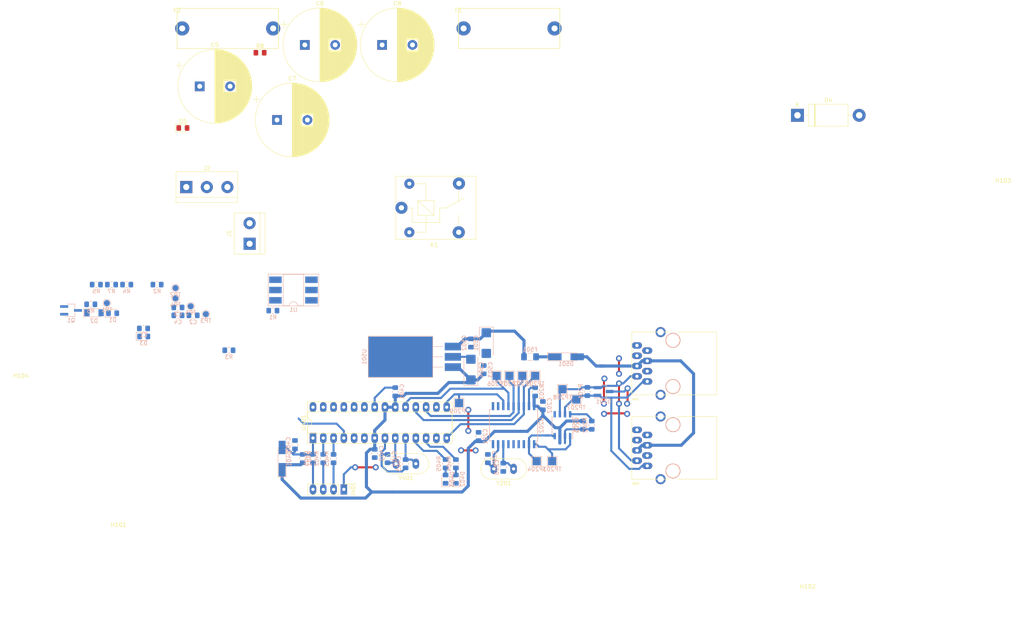
<source format=kicad_pcb>
(kicad_pcb (version 20171130) (host pcbnew 5.0.1)
  (layers (0 F.Cu jumper) (31 B.Cu signal) (34 B.Paste user) (35 F.Paste user) (36 B.SilkS user hide) (37 F.SilkS user) (38 B.Mask user) (39 F.Mask user) (44 Edge.Cuts user))
  (net 0 "")
  (net 1 GND)
  (net 2 +5V)
  (net 3 /MCU/RESET)
  (net 4 "Net-(C203-Pad1)")
  (net 5 "Net-(C204-Pad1)")
  (net 6 "Net-(C403-Pad1)")
  (net 7 "Net-(C404-Pad1)")
  (net 8 "Net-(C405-Pad2)")
  (net 9 "/POWER SUPPLY/+18V_OUT")
  (net 10 /MCU/LED2)
  (net 11 /MCU/LED1)
  (net 12 "Net-(D501-Pad1)")
  (net 13 "/POWER SUPPLY/+18V_IN")
  (net 14 "/CANBUS CONN/CAN_L")
  (net 15 "/CANBUS CONN/CAN_H")
  (net 16 "Net-(R202-Pad1)")
  (net 17 "Net-(R203-Pad2)")
  (net 18 /MCU/USART_RX)
  (net 19 "Net-(J401-Pad3)")
  (net 20 "Net-(J401-Pad2)")
  (net 21 /MCU/USART_TX)
  (net 22 /MOSI)
  (net 23 /MISO)
  (net 24 /CANBUS/TXCAN)
  (net 25 /CANBUS/RXCAN)
  (net 26 /CANBUS/CS)
  (net 27 /SCK)
  (net 28 /CANBUS/INT)
  (net 29 "Net-(U401-Pad5)")
  (net 30 "Net-(U401-Pad6)")
  (net 31 "Net-(U401-Pad24)")
  (net 32 "Net-(U401-Pad25)")
  (net 33 "Net-(U401-Pad26)")
  (net 34 "Net-(U401-Pad13)")
  (net 35 "Net-(U401-Pad27)")
  (net 36 "Net-(U401-Pad28)")
  (net 37 "Net-(U201-Pad5)")
  (net 38 "Net-(U202-Pad3)")
  (net 39 "Net-(U202-Pad4)")
  (net 40 "Net-(U202-Pad5)")
  (net 41 "Net-(U202-Pad6)")
  (net 42 "Net-(U202-Pad11)")
  (net 43 "Net-(D402-Pad2)")
  (net 44 "Net-(D403-Pad2)")
  (net 45 "Net-(U401-Pad16)")
  (net 46 "Net-(U202-Pad10)")
  (net 47 /pump_driver/Level_sensor)
  (net 48 "Net-(C4-Pad1)")
  (net 49 /pump_driver/+Pump)
  (net 50 "Net-(C1-Pad1)")
  (net 51 GNDPWR)
  (net 52 /filter/Vin)
  (net 53 "Net-(C2-Pad2)")
  (net 54 "Net-(C3-Pad1)")
  (net 55 "Net-(D1-Pad1)")
  (net 56 "Net-(D5-Pad1)")
  (net 57 "Net-(D3-Pad1)")
  (net 58 "Net-(D2-Pad2)")
  (net 59 "Net-(Q1-Pad2)")
  (net 60 /MCU/ON_OFF_PUMP)
  (net 61 "Net-(K1-Pad4)")
  (net 62 "Net-(U1-Pad3)")
  (net 63 "Net-(U401-Pad23)")
  (net 64 +12V)
  (module Capacitor_SMD:C_0805_2012Metric_Pad1.15x1.40mm_HandSolder (layer B.Cu) (at 80.637997 77.376519)
    (fp_text reference C2 (at 0 1.65) (layer B.SilkS) (effects (justify mirror)))
    (fp_text value 1n)
    (pad 2 smd roundrect (at 1.025 0) (size 1.15 1.4) (layers B.Cu B.Paste B.Mask) (roundrect_rratio 0.217391) (net 53 "Net-(C2-Pad2)"))
    (pad 1 smd roundrect (at -1.025 0) (size 1.15 1.4) (layers B.Cu B.Paste B.Mask) (roundrect_rratio 0.217391) (net 51 GNDPWR))
  )
  (module Capacitor_SMD:C_0805_2012Metric_Pad1.15x1.40mm_HandSolder (layer B.Cu) (at 68.386892 80.609561)
    (fp_text reference C1 (at 0 1.65) (layer B.SilkS) (effects (justify mirror)))
    (fp_text value 100n)
    (pad 1 smd roundrect (at -1.025 0) (size 1.15 1.4) (layers B.Cu B.Paste B.Mask) (roundrect_rratio 0.217391) (net 50 "Net-(C1-Pad1)"))
    (pad 2 smd roundrect (at 1.025 0) (size 1.15 1.4) (layers B.Cu B.Paste B.Mask) (roundrect_rratio 0.217391) (net 1 GND))
  )
  (module Capacitor_SMD:C_0805_2012Metric_Pad1.15x1.40mm_HandSolder (layer B.Cu) (at 76.887997 75.426519)
    (fp_text reference C3 (at 0 1.65) (layer B.SilkS) (effects (justify mirror)))
    (fp_text value 100n)
    (pad 2 smd roundrect (at 1.025 0) (size 1.15 1.4) (layers B.Cu B.Paste B.Mask) (roundrect_rratio 0.217391) (net 51 GNDPWR))
    (pad 1 smd roundrect (at -1.025 0) (size 1.15 1.4) (layers B.Cu B.Paste B.Mask) (roundrect_rratio 0.217391) (net 54 "Net-(C3-Pad1)"))
  )
  (module Capacitor_SMD:C_0805_2012Metric_Pad1.15x1.40mm_HandSolder (layer B.Cu) (at 76.887997 77.376519)
    (fp_text reference C4 (at 0 1.65) (layer B.SilkS) (effects (justify mirror)))
    (fp_text value 100n)
    (pad 1 smd roundrect (at -1.025 0) (size 1.15 1.4) (layers B.Cu B.Paste B.Mask) (roundrect_rratio 0.217391) (net 48 "Net-(C4-Pad1)"))
    (pad 2 smd roundrect (at 1.025 0) (size 1.15 1.4) (layers B.Cu B.Paste B.Mask) (roundrect_rratio 0.217391) (net 51 GNDPWR))
  )
  (module Capacitor_THT:CP_Radial_D18.0mm_P7.50mm (layer F.Cu) (at 127.309441 10.545001)
    (fp_text reference C8 (at 3.75 -10.25) (layer F.SilkS))
    (fp_text value "4700u 35V")
    (pad 2 thru_hole circle (at 7.5 0) (size 2.4 2.4) (drill 1.2) (layers *.Cu *.Mask) (net 51 GNDPWR))
    (pad 1 thru_hole rect (at 0 0) (size 2.4 2.4) (drill 1.2) (layers *.Cu *.Mask) (net 64 +12V))
  )
  (module Capacitor_THT:CP_Radial_D18.0mm_P7.50mm (layer F.Cu) (at 101.359441 29.095001)
    (fp_text reference C7 (at 3.75 -10.25) (layer F.SilkS))
    (fp_text value "4700u 35V")
    (pad 1 thru_hole rect (at 0 0) (size 2.4 2.4) (drill 1.2) (layers *.Cu *.Mask) (net 64 +12V))
    (pad 2 thru_hole circle (at 7.5 0) (size 2.4 2.4) (drill 1.2) (layers *.Cu *.Mask) (net 51 GNDPWR))
  )
  (module Capacitor_THT:CP_Radial_D18.0mm_P7.50mm (layer F.Cu) (at 108.219441 10.545001)
    (fp_text reference C6 (at 3.75 -10.25) (layer F.SilkS))
    (fp_text value "4700u 35V")
    (pad 2 thru_hole circle (at 7.5 0) (size 2.4 2.4) (drill 1.2) (layers *.Cu *.Mask) (net 51 GNDPWR))
    (pad 1 thru_hole rect (at 0 0) (size 2.4 2.4) (drill 1.2) (layers *.Cu *.Mask) (net 64 +12V))
  )
  (module Capacitor_THT:CP_Radial_D18.0mm_P7.50mm (layer F.Cu) (at 82.269441 20.775001)
    (fp_text reference C5 (at 3.75 -10.25) (layer F.SilkS))
    (fp_text value "4700u 35V")
    (pad 1 thru_hole rect (at 0 0) (size 2.4 2.4) (drill 1.2) (layers *.Cu *.Mask) (net 64 +12V))
    (pad 2 thru_hole circle (at 7.5 0) (size 2.4 2.4) (drill 1.2) (layers *.Cu *.Mask) (net 51 GNDPWR))
  )
  (module Diode_SMD:D_MiniMELF (layer B.Cu) (at 56.166892 76.749561)
    (fp_text reference D2 (at 0 2) (layer B.SilkS) (effects (justify mirror)))
    (fp_text value LL4148)
    (pad 1 smd rect (at -1.75 0) (size 1.3 1.7) (layers B.Cu B.Paste B.Mask) (net 47 /pump_driver/Level_sensor))
    (pad 2 smd rect (at 1.75 0) (size 1.3 1.7) (layers B.Cu B.Paste B.Mask) (net 58 "Net-(D2-Pad2)"))
  )
  (module Diode_THT:D_DO-201AD_P15.24mm_Horizontal (layer F.Cu) (at 229.87 27.94)
    (fp_text reference D4 (at 7.62 -3.72) (layer F.SilkS))
    (fp_text value MUR460)
    (fp_text user K (at 0 -2.6) (layer F.SilkS))
    (pad 1 thru_hole rect (at 0 0) (size 3.2 3.2) (drill 1.6) (layers *.Cu *.Mask) (net 49 /pump_driver/+Pump))
    (pad 2 thru_hole oval (at 15.24 0) (size 3.2 3.2) (drill 1.6) (layers *.Cu *.Mask) (net 51 GNDPWR))
  )
  (module KicadZeniteSolarLibrary18:Fuse_Holder_5x20 (layer F.Cu) (at 76.68 1.52)
    (fp_text reference F2 (at 0 0.5) (layer F.SilkS))
    (fp_text value 10A)
    (pad 1 thru_hole circle (at 1.27 4.953) (size 3.5 3.5) (drill 1.5) (layers *.Cu *.Mask) (net 64 +12V))
    (pad 2 thru_hole circle (at 23.7236 4.953) (size 3.5 3.5) (drill 1.5) (layers *.Cu *.Mask) (net 52 /filter/Vin))
  )
  (module KicadZeniteSolarLibrary18:Fuse_Holder_5x20 (layer F.Cu) (at 146.16 1.52)
    (fp_text reference F1 (at 0 0.5) (layer F.SilkS))
    (fp_text value 3A)
    (pad 2 thru_hole circle (at 23.7236 4.953) (size 3.5 3.5) (drill 1.5) (layers *.Cu *.Mask) (net 47 /pump_driver/Level_sensor))
    (pad 1 thru_hole circle (at 1.27 4.953) (size 3.5 3.5) (drill 1.5) (layers *.Cu *.Mask) (net 64 +12V))
  )
  (module LED_SMD:LED_0805_2012Metric_Pad1.15x1.40mm_HandSolder (layer B.Cu) (at 68.431892 82.604561)
    (fp_text reference D3 (at 0 1.65) (layer B.SilkS) (effects (justify mirror)))
    (fp_text value R3mm)
    (pad 1 smd roundrect (at -1.025 0) (size 1.15 1.4) (layers B.Cu B.Paste B.Mask) (roundrect_rratio 0.217391) (net 57 "Net-(D3-Pad1)"))
    (pad 2 smd roundrect (at 1.025 0) (size 1.15 1.4) (layers B.Cu B.Paste B.Mask) (roundrect_rratio 0.217391) (net 49 /pump_driver/+Pump))
  )
  (module LED_SMD:LED_0805_2012Metric_Pad1.15x1.40mm_HandSolder (layer F.Cu) (at 78.120001 31.070001)
    (fp_text reference D5 (at 0 -1.65) (layer F.SilkS))
    (fp_text value G3mm)
    (pad 2 smd roundrect (at 1.025 0) (size 1.15 1.4) (layers F.Cu F.Paste F.Mask) (roundrect_rratio 0.217391) (net 64 +12V))
    (pad 1 smd roundrect (at -1.025 0) (size 1.15 1.4) (layers F.Cu F.Paste F.Mask) (roundrect_rratio 0.217391) (net 56 "Net-(D5-Pad1)"))
  )
  (module LED_SMD:LED_0805_2012Metric_Pad1.15x1.40mm_HandSolder (layer B.Cu) (at 60.761892 76.854561)
    (fp_text reference D1 (at 0 1.65) (layer B.SilkS) (effects (justify mirror)))
    (fp_text value G3mm)
    (pad 1 smd roundrect (at -1.025 0) (size 1.15 1.4) (layers B.Cu B.Paste B.Mask) (roundrect_rratio 0.217391) (net 55 "Net-(D1-Pad1)"))
    (pad 2 smd roundrect (at 1.025 0) (size 1.15 1.4) (layers B.Cu B.Paste B.Mask) (roundrect_rratio 0.217391) (net 47 /pump_driver/Level_sensor))
  )
  (module Package_DIP:DIP-6_W8.89mm_SMDSocket_LongPads (layer B.Cu) (at 105.41 71.12)
    (fp_text reference U1 (at 0 4.87) (layer B.SilkS) (effects (justify mirror)))
    (fp_text value 4N25)
    (pad 1 smd rect (at -4.445 2.54) (size 3.1 1.6) (layers B.Cu B.Paste B.Mask) (net 50 "Net-(C1-Pad1)"))
    (pad 4 smd rect (at 4.445 -2.54) (size 3.1 1.6) (layers B.Cu B.Paste B.Mask) (net 54 "Net-(C3-Pad1)"))
    (pad 2 smd rect (at -4.445 0) (size 3.1 1.6) (layers B.Cu B.Paste B.Mask) (net 1 GND))
    (pad 5 smd rect (at 4.445 0) (size 3.1 1.6) (layers B.Cu B.Paste B.Mask) (net 47 /pump_driver/Level_sensor))
    (pad 3 smd rect (at -4.445 -2.54) (size 3.1 1.6) (layers B.Cu B.Paste B.Mask) (net 62 "Net-(U1-Pad3)"))
    (pad 6 smd rect (at 4.445 2.54) (size 3.1 1.6) (layers B.Cu B.Paste B.Mask) (net 53 "Net-(C2-Pad2)"))
  )
  (module Package_TO_SOT_SMD:TSOT-23_HandSoldering (layer B.Cu) (at 50.506892 76.149561)
    (fp_text reference Q1 (at 0 2.45) (layer B.SilkS) (effects (justify mirror)))
    (fp_text value BCV27)
    (pad 1 smd rect (at -1.71 0.95) (size 2 0.65) (layers B.Cu B.Paste B.Mask) (net 48 "Net-(C4-Pad1)"))
    (pad 2 smd rect (at -1.71 -0.95) (size 2 0.65) (layers B.Cu B.Paste B.Mask) (net 59 "Net-(Q1-Pad2)"))
    (pad 3 smd rect (at 1.71 0) (size 2 0.65) (layers B.Cu B.Paste B.Mask) (net 51 GNDPWR))
  )
  (module Relay_THT:Relay_SPDT_SANYOU_SRD_Series_Form_C (layer F.Cu) (at 132.08 50.8)
    (fp_text reference K1 (at 8.1 9.2) (layer F.SilkS))
    (fp_text value "coil: 12VDC, contact: 125V/10A")
    (pad 2 thru_hole circle (at 1.95 6.05 90) (size 2.5 2.5) (drill 1) (layers *.Cu *.Mask) (net 47 /pump_driver/Level_sensor))
    (pad 3 thru_hole circle (at 14.15 6.05 90) (size 3 3) (drill 1.3) (layers *.Cu *.Mask) (net 49 /pump_driver/+Pump))
    (pad 4 thru_hole circle (at 14.2 -6 90) (size 3 3) (drill 1.3) (layers *.Cu *.Mask) (net 61 "Net-(K1-Pad4)"))
    (pad 5 thru_hole circle (at 1.95 -5.95 90) (size 2.5 2.5) (drill 1) (layers *.Cu *.Mask) (net 58 "Net-(D2-Pad2)"))
    (pad 1 thru_hole circle (at 0 0 90) (size 3 3) (drill 1.3) (layers *.Cu *.Mask) (net 47 /pump_driver/Level_sensor))
  )
  (module Resistor_SMD:R_0805_2012Metric_Pad1.15x1.40mm_HandSolder (layer B.Cu) (at 100.33 76.2)
    (fp_text reference R1 (at 0 1.65) (layer B.SilkS) (effects (justify mirror)))
    (fp_text value 330R)
    (pad 2 smd roundrect (at 1.025 0) (size 1.15 1.4) (layers B.Cu B.Paste B.Mask) (roundrect_rratio 0.217391) (net 60 /MCU/ON_OFF_PUMP))
    (pad 1 smd roundrect (at -1.025 0) (size 1.15 1.4) (layers B.Cu B.Paste B.Mask) (roundrect_rratio 0.217391) (net 50 "Net-(C1-Pad1)"))
  )
  (module Resistor_SMD:R_0805_2012Metric_Pad1.15x1.40mm_HandSolder (layer B.Cu) (at 56.737997 69.776519)
    (fp_text reference R5 (at 0 1.65) (layer B.SilkS) (effects (justify mirror)))
    (fp_text value 10k)
    (pad 1 smd roundrect (at -1.025 0) (size 1.15 1.4) (layers B.Cu B.Paste B.Mask) (roundrect_rratio 0.217391) (net 51 GNDPWR))
    (pad 2 smd roundrect (at 1.025 0) (size 1.15 1.4) (layers B.Cu B.Paste B.Mask) (roundrect_rratio 0.217391) (net 48 "Net-(C4-Pad1)"))
  )
  (module Resistor_SMD:R_0805_2012Metric_Pad1.15x1.40mm_HandSolder (layer B.Cu) (at 55.366892 74.649561)
    (fp_text reference R6 (at 0 1.65) (layer B.SilkS) (effects (justify mirror)))
    (fp_text value 120R)
    (pad 2 smd roundrect (at 1.025 0) (size 1.15 1.4) (layers B.Cu B.Paste B.Mask) (roundrect_rratio 0.217391) (net 58 "Net-(D2-Pad2)"))
    (pad 1 smd roundrect (at -1.025 0) (size 1.15 1.4) (layers B.Cu B.Paste B.Mask) (roundrect_rratio 0.217391) (net 59 "Net-(Q1-Pad2)"))
  )
  (module Resistor_SMD:R_0805_2012Metric_Pad1.15x1.40mm_HandSolder (layer B.Cu) (at 60.487997 69.776519)
    (fp_text reference R7 (at 0 1.65) (layer B.SilkS) (effects (justify mirror)))
    (fp_text value 1k)
    (pad 1 smd roundrect (at -1.025 0) (size 1.15 1.4) (layers B.Cu B.Paste B.Mask) (roundrect_rratio 0.217391) (net 51 GNDPWR))
    (pad 2 smd roundrect (at 1.025 0) (size 1.15 1.4) (layers B.Cu B.Paste B.Mask) (roundrect_rratio 0.217391) (net 57 "Net-(D3-Pad1)"))
  )
  (module Resistor_SMD:R_0805_2012Metric_Pad1.15x1.40mm_HandSolder (layer F.Cu) (at 97.165001 12.475001)
    (fp_text reference R8 (at 0 -1.65) (layer F.SilkS))
    (fp_text value 1k)
    (pad 2 smd roundrect (at 1.025 0) (size 1.15 1.4) (layers F.Cu F.Paste F.Mask) (roundrect_rratio 0.217391) (net 56 "Net-(D5-Pad1)"))
    (pad 1 smd roundrect (at -1.025 0) (size 1.15 1.4) (layers F.Cu F.Paste F.Mask) (roundrect_rratio 0.217391) (net 51 GNDPWR))
  )
  (module Resistor_SMD:R_0805_2012Metric_Pad1.15x1.40mm_HandSolder (layer B.Cu) (at 64.237997 69.776519)
    (fp_text reference R4 (at 0 1.65) (layer B.SilkS) (effects (justify mirror)))
    (fp_text value 1k)
    (pad 1 smd roundrect (at -1.025 0) (size 1.15 1.4) (layers B.Cu B.Paste B.Mask) (roundrect_rratio 0.217391) (net 51 GNDPWR))
    (pad 2 smd roundrect (at 1.025 0) (size 1.15 1.4) (layers B.Cu B.Paste B.Mask) (roundrect_rratio 0.217391) (net 55 "Net-(D1-Pad1)"))
  )
  (module Resistor_SMD:R_0805_2012Metric_Pad1.15x1.40mm_HandSolder (layer B.Cu) (at 89.477997 86.006519)
    (fp_text reference R3 (at 0 1.65) (layer B.SilkS) (effects (justify mirror)))
    (fp_text value 1k2)
    (pad 2 smd roundrect (at 1.025 0) (size 1.15 1.4) (layers B.Cu B.Paste B.Mask) (roundrect_rratio 0.217391) (net 54 "Net-(C3-Pad1)"))
    (pad 1 smd roundrect (at -1.025 0) (size 1.15 1.4) (layers B.Cu B.Paste B.Mask) (roundrect_rratio 0.217391) (net 48 "Net-(C4-Pad1)"))
  )
  (module Resistor_SMD:R_0805_2012Metric_Pad1.15x1.40mm_HandSolder (layer B.Cu) (at 71.737997 69.776519)
    (fp_text reference R2 (at 0 1.65) (layer B.SilkS) (effects (justify mirror)))
    (fp_text value NC)
    (pad 1 smd roundrect (at -1.025 0) (size 1.15 1.4) (layers B.Cu B.Paste B.Mask) (roundrect_rratio 0.217391) (net 51 GNDPWR))
    (pad 2 smd roundrect (at 1.025 0) (size 1.15 1.4) (layers B.Cu B.Paste B.Mask) (roundrect_rratio 0.217391) (net 53 "Net-(C2-Pad2)"))
  )
  (module TerminalBlock:TerminalBlock_bornier-2_P5.08mm (layer F.Cu) (at 94.585001 59.69 90)
    (fp_text reference J1 (at 2.54 -5.08 90) (layer F.SilkS))
    (fp_text value Screw_Terminal_01x02)
    (pad 1 thru_hole rect (at 0 0 90) (size 3 3) (drill 1.52) (layers *.Cu *.Mask) (net 51 GNDPWR))
    (pad 2 thru_hole circle (at 5.08 0 90) (size 3 3) (drill 1.52) (layers *.Cu *.Mask) (net 52 /filter/Vin))
  )
  (module TerminalBlock:TerminalBlock_bornier-3_P5.08mm (layer F.Cu) (at 78.945001 45.675001)
    (fp_text reference J2 (at 5.05 -4.65) (layer F.SilkS))
    (fp_text value Screw_Terminal_01x03)
    (pad 1 thru_hole rect (at 0 0) (size 3 3) (drill 1.52) (layers *.Cu *.Mask) (net 51 GNDPWR))
    (pad 2 thru_hole circle (at 5.08 0) (size 3 3) (drill 1.52) (layers *.Cu *.Mask) (net 49 /pump_driver/+Pump))
    (pad 3 thru_hole circle (at 10.16 0) (size 3 3) (drill 1.52) (layers *.Cu *.Mask) (net 47 /pump_driver/Level_sensor))
  )
  (module TestPoint:TestPoint_Pad_D1.5mm (layer B.Cu) (at 76.287997 70.626519)
    (fp_text reference TP2 (at 0 1.648) (layer B.SilkS) (effects (justify mirror)))
    (fp_text value K1)
    (pad 1 smd circle (at 0 0) (size 1.5 1.5) (layers B.Cu B.Mask) (net 1 GND))
  )
  (module TestPoint:TestPoint_Pad_D1.5mm (layer B.Cu) (at 59.336892 74.349561)
    (fp_text reference TP1 (at 0 1.648) (layer B.SilkS) (effects (justify mirror)))
    (fp_text value A1)
    (pad 1 smd circle (at 0 0) (size 1.5 1.5) (layers B.Cu B.Mask) (net 50 "Net-(C1-Pad1)"))
  )
  (module TestPoint:TestPoint_Pad_D1.5mm (layer B.Cu) (at 80.037997 75.126519)
    (fp_text reference TP5 (at 0 1.648) (layer B.SilkS) (effects (justify mirror)))
    (fp_text value OUT1)
    (pad 1 smd circle (at 0 0) (size 1.5 1.5) (layers B.Cu B.Mask) (net 49 /pump_driver/+Pump))
  )
  (module TestPoint:TestPoint_Pad_D1.5mm (layer B.Cu) (at 76.287997 73.176519)
    (fp_text reference TP4 (at 0 1.648) (layer B.SilkS) (effects (justify mirror)))
    (fp_text value B1)
    (pad 1 smd circle (at 0 0) (size 1.5 1.5) (layers B.Cu B.Mask) (net 48 "Net-(C4-Pad1)"))
  )
  (module TestPoint:TestPoint_Pad_D1.5mm (layer B.Cu) (at 83.787997 77.076519)
    (fp_text reference TP3 (at 0 1.648) (layer B.SilkS) (effects (justify mirror)))
    (fp_text value 12V)
    (pad 1 smd circle (at 0 0) (size 1.5 1.5) (layers B.Cu B.Mask) (net 47 /pump_driver/Level_sensor))
  )
  (module Capacitor_Tantalum_SMD:CP_EIA-6032-20_AVX-F_Pad2.25x2.35mm_HandSolder (layer B.Cu) (at 153.035 84.235 270)
    (fp_text reference C501 (at 0 2.55 270) (layer B.SilkS) (effects (justify mirror)))
    (fp_text value 1uF)
    (pad 1 smd roundrect (at -2.55 0 270) (size 2.25 2.35) (layers B.Cu B.Paste B.Mask) (roundrect_rratio 0.111111) (net 9 "/POWER SUPPLY/+18V_OUT"))
    (pad 2 smd roundrect (at 2.55 0 270) (size 2.25 2.35) (layers B.Cu B.Paste B.Mask) (roundrect_rratio 0.111111) (net 1 GND))
  )
  (module Capacitor_Tantalum_SMD:CP_EIA-6032-20_AVX-F_Pad2.25x2.35mm_HandSolder (layer B.Cu) (at 149.225 90.78 90)
    (fp_text reference C504 (at 0 2.55 90) (layer B.SilkS) (effects (justify mirror)))
    (fp_text value 1uF)
    (pad 2 smd roundrect (at 2.55 0 90) (size 2.25 2.35) (layers B.Cu B.Paste B.Mask) (roundrect_rratio 0.111111) (net 1 GND))
    (pad 1 smd roundrect (at -2.55 0 90) (size 2.25 2.35) (layers B.Cu B.Paste B.Mask) (roundrect_rratio 0.111111) (net 2 +5V))
  )
  (module KicadZeniteSolarLibrary18:TO-220-3_Horizontal_TabDown_SMD (layer B.Cu) (at 143.51 85.09 270)
    (fp_text reference U501 (at 2.54 20.58 270) (layer B.SilkS) (effects (justify mirror)))
    (fp_text value LM7805)
    (pad "" smd rect (at 2.54 11.684 270) (size 10 16) (layers B.Cu B.Paste B.Mask))
    (pad 1 smd rect (at 0 -1.27 270) (size 1.905 4) (layers B.Cu B.Paste B.Mask) (net 9 "/POWER SUPPLY/+18V_OUT"))
    (pad 2 smd rect (at 2.54 -1.27 270) (size 1.905 4) (layers B.Cu B.Paste B.Mask) (net 1 GND))
    (pad 3 smd rect (at 5.08 -1.27 270) (size 1.905 4) (layers B.Cu B.Paste B.Mask) (net 2 +5V))
  )
  (module Package_TO_SOT_SMD:SOT-23_Handsoldering (layer B.Cu) (at 182 96.2)
    (fp_text reference D201 (at 0 2.5) (layer B.SilkS) (effects (justify mirror)))
    (fp_text value pesd1can)
    (pad 3 smd rect (at 1.5 0) (size 1.9 0.8) (layers B.Cu B.Paste B.Mask) (net 1 GND))
    (pad 2 smd rect (at -1.5 -0.95) (size 1.9 0.8) (layers B.Cu B.Paste B.Mask) (net 14 "/CANBUS CONN/CAN_L"))
    (pad 1 smd rect (at -1.5 0.95) (size 1.9 0.8) (layers B.Cu B.Paste B.Mask) (net 15 "/CANBUS CONN/CAN_H"))
  )
  (module Package_DIP:DIP-28_W7.62mm_Socket (layer F.Cu) (at 110.236 107.696 90)
    (fp_text reference U401 (at 3.81 -2.33 90) (layer F.SilkS))
    (fp_text value ATMEGA328P-PU)
    (pad 1 thru_hole rect (at 0 0 90) (size 2.5 1.6) (drill 0.8) (layers *.Cu *.Mask) (net 3 /MCU/RESET))
    (pad 15 thru_hole oval (at 7.62 33.02 90) (size 2.5 1.6) (drill 0.8) (layers *.Cu *.Mask) (net 28 /CANBUS/INT))
    (pad 2 thru_hole oval (at 0 2.54 90) (size 2.5 1.6) (drill 0.8) (layers *.Cu *.Mask) (net 18 /MCU/USART_RX))
    (pad 16 thru_hole oval (at 7.62 30.48 90) (size 2.5 1.6) (drill 0.8) (layers *.Cu *.Mask) (net 45 "Net-(U401-Pad16)"))
    (pad 3 thru_hole oval (at 0 5.08 90) (size 2.5 1.6) (drill 0.8) (layers *.Cu *.Mask) (net 21 /MCU/USART_TX))
    (pad 17 thru_hole oval (at 7.62 27.94 90) (size 2.5 1.6) (drill 0.8) (layers *.Cu *.Mask) (net 22 /MOSI))
    (pad 4 thru_hole oval (at 0 7.62 90) (size 2.5 1.6) (drill 0.8) (layers *.Cu *.Mask) (net 60 /MCU/ON_OFF_PUMP))
    (pad 18 thru_hole oval (at 7.62 25.4 90) (size 2.5 1.6) (drill 0.8) (layers *.Cu *.Mask) (net 23 /MISO))
    (pad 5 thru_hole oval (at 0 10.16 90) (size 2.5 1.6) (drill 0.8) (layers *.Cu *.Mask) (net 29 "Net-(U401-Pad5)"))
    (pad 19 thru_hole oval (at 7.62 22.86 90) (size 2.5 1.6) (drill 0.8) (layers *.Cu *.Mask) (net 27 /SCK))
    (pad 6 thru_hole oval (at 0 12.7 90) (size 2.5 1.6) (drill 0.8) (layers *.Cu *.Mask) (net 30 "Net-(U401-Pad6)"))
    (pad 20 thru_hole oval (at 7.62 20.32 90) (size 2.5 1.6) (drill 0.8) (layers *.Cu *.Mask) (net 2 +5V))
    (pad 7 thru_hole oval (at 0 15.24 90) (size 2.5 1.6) (drill 0.8) (layers *.Cu *.Mask) (net 2 +5V))
    (pad 21 thru_hole oval (at 7.62 17.78 90) (size 2.5 1.6) (drill 0.8) (layers *.Cu *.Mask) (net 2 +5V))
    (pad 8 thru_hole oval (at 0 17.78 90) (size 2.5 1.6) (drill 0.8) (layers *.Cu *.Mask) (net 1 GND))
    (pad 22 thru_hole oval (at 7.62 15.24 90) (size 2.5 1.6) (drill 0.8) (layers *.Cu *.Mask) (net 1 GND))
    (pad 9 thru_hole oval (at 0 20.32 90) (size 2.5 1.6) (drill 0.8) (layers *.Cu *.Mask) (net 7 "Net-(C404-Pad1)"))
    (pad 23 thru_hole oval (at 7.62 12.7 90) (size 2.5 1.6) (drill 0.8) (layers *.Cu *.Mask) (net 63 "Net-(U401-Pad23)"))
    (pad 10 thru_hole oval (at 0 22.86 90) (size 2.5 1.6) (drill 0.8) (layers *.Cu *.Mask) (net 6 "Net-(C403-Pad1)"))
    (pad 24 thru_hole oval (at 7.62 10.16 90) (size 2.5 1.6) (drill 0.8) (layers *.Cu *.Mask) (net 31 "Net-(U401-Pad24)"))
    (pad 11 thru_hole oval (at 0 25.4 90) (size 2.5 1.6) (drill 0.8) (layers *.Cu *.Mask) (net 11 /MCU/LED1))
    (pad 25 thru_hole oval (at 7.62 7.62 90) (size 2.5 1.6) (drill 0.8) (layers *.Cu *.Mask) (net 32 "Net-(U401-Pad25)"))
    (pad 12 thru_hole oval (at 0 27.94 90) (size 2.5 1.6) (drill 0.8) (layers *.Cu *.Mask) (net 10 /MCU/LED2))
    (pad 26 thru_hole oval (at 7.62 5.08 90) (size 2.5 1.6) (drill 0.8) (layers *.Cu *.Mask) (net 33 "Net-(U401-Pad26)"))
    (pad 13 thru_hole oval (at 0 30.48 90) (size 2.5 1.6) (drill 0.8) (layers *.Cu *.Mask) (net 34 "Net-(U401-Pad13)"))
    (pad 27 thru_hole oval (at 7.62 2.54 90) (size 2.5 1.6) (drill 0.8) (layers *.Cu *.Mask) (net 35 "Net-(U401-Pad27)"))
    (pad 14 thru_hole oval (at 0 33.02 90) (size 2.5 1.6) (drill 0.8) (layers *.Cu *.Mask) (net 26 /CANBUS/CS))
    (pad 28 thru_hole oval (at 7.62 0 90) (size 2.5 1.6) (drill 0.8) (layers *.Cu *.Mask) (net 36 "Net-(U401-Pad28)"))
  )
  (module Fuse:Fuse_1206_3216Metric_Pad1.42x1.75mm_HandSolder (layer B.Cu) (at 163.83 87.63 180)
    (fp_text reference F501 (at 0 1.82 180) (layer B.SilkS) (effects (justify mirror)))
    (fp_text value 500mA)
    (pad 1 smd roundrect (at -1.4875 0 180) (size 1.425 1.75) (layers B.Cu B.Paste B.Mask) (roundrect_rratio 0.175439) (net 12 "Net-(D501-Pad1)"))
    (pad 2 smd roundrect (at 1.4875 0 180) (size 1.425 1.75) (layers B.Cu B.Paste B.Mask) (roundrect_rratio 0.175439) (net 9 "/POWER SUPPLY/+18V_OUT"))
  )
  (module KicadZeniteSolarLibrary18:RJ45_YH59_01 (layer F.Cu) (at 192.778 93.716 90)
    (fp_text reference J601 (at -4.364296 -2.909696) (layer F.SilkS) (effects (font (size 0.5 0.5) (thickness 0.1))))
    (fp_text value RJ45)
    (pad "" np_thru_hole circle (at 10.165 6.346 90) (size 3.65 3.65) (drill 3.2) (layers *.Cu *.SilkS *.Mask))
    (pad "" np_thru_hole circle (at -1.265 6.346 90) (size 3.65 3.65) (drill 3.2) (layers *.Cu *.SilkS *.Mask))
    (pad 1 thru_hole oval (at 0.005 -0.004 90) (size 1.6 2.5) (drill 0.8) (layers *.Cu *.Mask) (net 15 "/CANBUS CONN/CAN_H"))
    (pad 2 thru_hole oval (at 1.275 -2.544 90) (size 1.6 2.5) (drill 0.8) (layers *.Cu *.Mask) (net 14 "/CANBUS CONN/CAN_L"))
    (pad 3 thru_hole oval (at 2.545 -0.004 90) (size 1.6 2.5) (drill 0.8) (layers *.Cu *.Mask) (net 1 GND))
    (pad 4 thru_hole oval (at 3.815 -2.544 90) (size 1.6 2.5) (drill 0.8) (layers *.Cu *.Mask) (net 13 "/POWER SUPPLY/+18V_IN"))
    (pad 5 thru_hole oval (at 5.085 -0.004 90) (size 1.6 2.5) (drill 0.8) (layers *.Cu *.Mask) (net 13 "/POWER SUPPLY/+18V_IN"))
    (pad 6 thru_hole oval (at 6.355 -2.544 90) (size 1.6 2.5) (drill 0.8) (layers *.Cu *.Mask) (net 1 GND))
    (pad 7 thru_hole oval (at 7.625 -0.004 90) (size 1.6 2.5) (drill 0.8) (layers *.Cu *.Mask) (net 1 GND))
    (pad 8 thru_hole oval (at 8.895 -2.544 90) (size 1.6 2.5) (drill 0.8) (layers *.Cu *.Mask) (net 1 GND))
    (pad 9 thru_hole circle (at -3.3 3.296 90) (size 2.5 2.5) (drill 1.6) (layers *.Cu *.Mask))
    (pad 9 thru_hole circle (at 12.2 3.296 90) (size 2.5 2.5) (drill 1.6) (layers *.Cu *.Mask))
  )
  (module KicadZeniteSolarLibrary18:RJ45_YH59_01 (layer F.Cu) (at 192.782 114.571 90)
    (fp_text reference J602 (at -4.364296 -2.909696) (layer F.SilkS) (effects (font (size 0.5 0.5) (thickness 0.1))))
    (fp_text value RJ45)
    (pad "" np_thru_hole circle (at 10.165 6.346 90) (size 3.65 3.65) (drill 3.2) (layers *.Cu *.SilkS *.Mask))
    (pad "" np_thru_hole circle (at -1.265 6.346 90) (size 3.65 3.65) (drill 3.2) (layers *.Cu *.SilkS *.Mask))
    (pad 1 thru_hole oval (at 0.005 -0.004 90) (size 1.6 2.5) (drill 0.8) (layers *.Cu *.Mask) (net 15 "/CANBUS CONN/CAN_H"))
    (pad 2 thru_hole oval (at 1.275 -2.544 90) (size 1.6 2.5) (drill 0.8) (layers *.Cu *.Mask) (net 14 "/CANBUS CONN/CAN_L"))
    (pad 3 thru_hole oval (at 2.545 -0.004 90) (size 1.6 2.5) (drill 0.8) (layers *.Cu *.Mask) (net 1 GND))
    (pad 4 thru_hole oval (at 3.815 -2.544 90) (size 1.6 2.5) (drill 0.8) (layers *.Cu *.Mask) (net 13 "/POWER SUPPLY/+18V_IN"))
    (pad 5 thru_hole oval (at 5.085 -0.004 90) (size 1.6 2.5) (drill 0.8) (layers *.Cu *.Mask) (net 13 "/POWER SUPPLY/+18V_IN"))
    (pad 6 thru_hole oval (at 6.355 -2.544 90) (size 1.6 2.5) (drill 0.8) (layers *.Cu *.Mask) (net 1 GND))
    (pad 7 thru_hole oval (at 7.625 -0.004 90) (size 1.6 2.5) (drill 0.8) (layers *.Cu *.Mask) (net 1 GND))
    (pad 8 thru_hole oval (at 8.895 -2.544 90) (size 1.6 2.5) (drill 0.8) (layers *.Cu *.Mask) (net 1 GND))
    (pad 9 thru_hole circle (at -3.3 3.296 90) (size 2.5 2.5) (drill 1.6) (layers *.Cu *.Mask))
    (pad 9 thru_hole circle (at 12.2 3.296 90) (size 2.5 2.5) (drill 1.6) (layers *.Cu *.Mask))
  )
  (module Capacitor_SMD:C_0805_2012Metric_Pad1.15x1.40mm_HandSolder (layer B.Cu) (at 151.13 107.315 90)
    (fp_text reference C201 (at 0 1.65 90) (layer B.SilkS) (effects (justify mirror)))
    (fp_text value 100nF)
    (pad 1 smd roundrect (at -1.025 0 90) (size 1.15 1.4) (layers B.Cu B.Paste B.Mask) (roundrect_rratio 0.217391) (net 2 +5V))
    (pad 2 smd roundrect (at 1.025 0 90) (size 1.15 1.4) (layers B.Cu B.Paste B.Mask) (roundrect_rratio 0.217391) (net 1 GND))
  )
  (module Capacitor_SMD:C_0805_2012Metric_Pad1.15x1.40mm_HandSolder (layer B.Cu) (at 167.005 99.695 90)
    (fp_text reference C202 (at 0 1.65 90) (layer B.SilkS) (effects (justify mirror)))
    (fp_text value 100nF)
    (pad 1 smd roundrect (at -1.025 0 90) (size 1.15 1.4) (layers B.Cu B.Paste B.Mask) (roundrect_rratio 0.217391) (net 2 +5V))
    (pad 2 smd roundrect (at 1.025 0 90) (size 1.15 1.4) (layers B.Cu B.Paste B.Mask) (roundrect_rratio 0.217391) (net 1 GND))
  )
  (module Capacitor_SMD:C_0805_2012Metric_Pad1.15x1.40mm_HandSolder (layer B.Cu) (at 157.226 114.926 270)
    (fp_text reference C203 (at 0 1.65 270) (layer B.SilkS) (effects (justify mirror)))
    (fp_text value 22pF)
    (pad 1 smd roundrect (at -1.025 0 270) (size 1.15 1.4) (layers B.Cu B.Paste B.Mask) (roundrect_rratio 0.217391) (net 4 "Net-(C203-Pad1)"))
    (pad 2 smd roundrect (at 1.025 0 270) (size 1.15 1.4) (layers B.Cu B.Paste B.Mask) (roundrect_rratio 0.217391) (net 1 GND))
  )
  (module Capacitor_SMD:C_0805_2012Metric_Pad1.15x1.40mm_HandSolder (layer B.Cu) (at 153.416 112.776 90)
    (fp_text reference C204 (at 0 1.65 90) (layer B.SilkS) (effects (justify mirror)))
    (fp_text value 22pF)
    (pad 1 smd roundrect (at -1.025 0 90) (size 1.15 1.4) (layers B.Cu B.Paste B.Mask) (roundrect_rratio 0.217391) (net 5 "Net-(C204-Pad1)"))
    (pad 2 smd roundrect (at 1.025 0 90) (size 1.15 1.4) (layers B.Cu B.Paste B.Mask) (roundrect_rratio 0.217391) (net 1 GND))
  )
  (module Capacitor_SMD:C_0805_2012Metric_Pad1.15x1.40mm_HandSolder (layer B.Cu) (at 176.911 104.521 270)
    (fp_text reference C205 (at 0 1.65 270) (layer B.SilkS) (effects (justify mirror)))
    (fp_text value 100nF)
    (pad 1 smd roundrect (at -1.025 0 270) (size 1.15 1.4) (layers B.Cu B.Paste B.Mask) (roundrect_rratio 0.217391) (net 2 +5V))
    (pad 2 smd roundrect (at 1.025 0 270) (size 1.15 1.4) (layers B.Cu B.Paste B.Mask) (roundrect_rratio 0.217391) (net 1 GND))
  )
  (module Capacitor_SMD:C_0805_2012Metric_Pad1.15x1.40mm_HandSolder (layer B.Cu) (at 130.556 96.266 90)
    (fp_text reference C401 (at 0 1.65 90) (layer B.SilkS) (effects (justify mirror)))
    (fp_text value 100nF)
    (pad 1 smd roundrect (at -1.025 0 90) (size 1.15 1.4) (layers B.Cu B.Paste B.Mask) (roundrect_rratio 0.217391) (net 2 +5V))
    (pad 2 smd roundrect (at 1.025 0 90) (size 1.15 1.4) (layers B.Cu B.Paste B.Mask) (roundrect_rratio 0.217391) (net 1 GND))
  )
  (module Capacitor_SMD:C_0805_2012Metric_Pad1.15x1.40mm_HandSolder (layer B.Cu) (at 125.476 111.506 90)
    (fp_text reference C402 (at 0 1.65 90) (layer B.SilkS) (effects (justify mirror)))
    (fp_text value 100nF)
    (pad 1 smd roundrect (at -1.025 0 90) (size 1.15 1.4) (layers B.Cu B.Paste B.Mask) (roundrect_rratio 0.217391) (net 1 GND))
    (pad 2 smd roundrect (at 1.025 0 90) (size 1.15 1.4) (layers B.Cu B.Paste B.Mask) (roundrect_rratio 0.217391) (net 2 +5V))
  )
  (module Capacitor_SMD:C_0805_2012Metric_Pad1.15x1.40mm_HandSolder (layer B.Cu) (at 133.096 114.046 270)
    (fp_text reference C403 (at 0 1.65 270) (layer B.SilkS) (effects (justify mirror)))
    (fp_text value 22pF)
    (pad 1 smd roundrect (at -1.025 0 270) (size 1.15 1.4) (layers B.Cu B.Paste B.Mask) (roundrect_rratio 0.217391) (net 6 "Net-(C403-Pad1)"))
    (pad 2 smd roundrect (at 1.025 0 270) (size 1.15 1.4) (layers B.Cu B.Paste B.Mask) (roundrect_rratio 0.217391) (net 1 GND))
  )
  (module Capacitor_SMD:C_0805_2012Metric_Pad1.15x1.40mm_HandSolder (layer B.Cu) (at 128.651 112.776 90)
    (fp_text reference C404 (at 0 1.65 90) (layer B.SilkS) (effects (justify mirror)))
    (fp_text value 22pF)
    (pad 1 smd roundrect (at -1.025 0 90) (size 1.15 1.4) (layers B.Cu B.Paste B.Mask) (roundrect_rratio 0.217391) (net 7 "Net-(C404-Pad1)"))
    (pad 2 smd roundrect (at 1.025 0 90) (size 1.15 1.4) (layers B.Cu B.Paste B.Mask) (roundrect_rratio 0.217391) (net 1 GND))
  )
  (module Capacitor_SMD:C_0805_2012Metric_Pad1.15x1.40mm_HandSolder (layer B.Cu) (at 110.236 112.776 270)
    (fp_text reference C405 (at 0 1.65 270) (layer B.SilkS) (effects (justify mirror)))
    (fp_text value 100nF)
    (pad 1 smd roundrect (at -1.025 0 270) (size 1.15 1.4) (layers B.Cu B.Paste B.Mask) (roundrect_rratio 0.217391) (net 3 /MCU/RESET))
    (pad 2 smd roundrect (at 1.025 0 270) (size 1.15 1.4) (layers B.Cu B.Paste B.Mask) (roundrect_rratio 0.217391) (net 8 "Net-(C405-Pad2)"))
  )
  (module Capacitor_SMD:C_0805_2012Metric_Pad1.15x1.40mm_HandSolder (layer B.Cu) (at 105.791 109.341 270)
    (fp_text reference C406 (at 0 1.65 270) (layer B.SilkS) (effects (justify mirror)))
    (fp_text value 100nF)
    (pad 1 smd roundrect (at -1.025 0 270) (size 1.15 1.4) (layers B.Cu B.Paste B.Mask) (roundrect_rratio 0.217391) (net 1 GND))
    (pad 2 smd roundrect (at 1.025 0 270) (size 1.15 1.4) (layers B.Cu B.Paste B.Mask) (roundrect_rratio 0.217391) (net 3 /MCU/RESET))
  )
  (module Capacitor_SMD:C_0805_2012Metric_Pad1.15x1.40mm_HandSolder (layer B.Cu) (at 149.225 84.21 270)
    (fp_text reference C502 (at 0 1.65 270) (layer B.SilkS) (effects (justify mirror)))
    (fp_text value 100nF)
    (pad 1 smd roundrect (at -1.025 0 270) (size 1.15 1.4) (layers B.Cu B.Paste B.Mask) (roundrect_rratio 0.217391) (net 9 "/POWER SUPPLY/+18V_OUT"))
    (pad 2 smd roundrect (at 1.025 0 270) (size 1.15 1.4) (layers B.Cu B.Paste B.Mask) (roundrect_rratio 0.217391) (net 1 GND))
  )
  (module Capacitor_SMD:C_0805_2012Metric_Pad1.15x1.40mm_HandSolder (layer B.Cu) (at 152.4 90.805 90)
    (fp_text reference C503 (at 0 1.65 90) (layer B.SilkS) (effects (justify mirror)))
    (fp_text value 100nF)
    (pad 1 smd roundrect (at -1.025 0 90) (size 1.15 1.4) (layers B.Cu B.Paste B.Mask) (roundrect_rratio 0.217391) (net 2 +5V))
    (pad 2 smd roundrect (at 1.025 0 90) (size 1.15 1.4) (layers B.Cu B.Paste B.Mask) (roundrect_rratio 0.217391) (net 1 GND))
  )
  (module Connector_PinHeader_2.54mm:PinHeader_1x04_P2.54mm_Vertical (layer F.Cu) (at 117.856 120.396 270)
    (fp_text reference J401 (at 0 -2.33 270) (layer F.SilkS))
    (fp_text value USART)
    (pad 1 thru_hole rect (at 0 0 270) (size 2.5 1.6) (drill 0.8) (layers *.Cu *.Mask) (net 1 GND))
    (pad 2 thru_hole oval (at 0 2.54 270) (size 2.5 1.6) (drill 0.8) (layers *.Cu *.Mask) (net 20 "Net-(J401-Pad2)"))
    (pad 3 thru_hole oval (at 0 5.08 270) (size 2.5 1.6) (drill 0.8) (layers *.Cu *.Mask) (net 19 "Net-(J401-Pad3)"))
    (pad 4 thru_hole oval (at 0 7.62 270) (size 2.5 1.6) (drill 0.8) (layers *.Cu *.Mask) (net 8 "Net-(C405-Pad2)"))
  )
  (module Crystal:Crystal_HC49-U_Vertical (layer F.Cu) (at 159.766 115.316 180)
    (fp_text reference Y201 (at 2.44 -3.525 180) (layer F.SilkS))
    (fp_text value 16MHz)
    (pad 1 thru_hole oval (at 0 0 180) (size 1.6 2.5) (drill 0.8) (layers *.Cu *.Mask) (net 4 "Net-(C203-Pad1)"))
    (pad 2 thru_hole oval (at 4.88 0 180) (size 1.6 2.5) (drill 0.8) (layers *.Cu *.Mask) (net 5 "Net-(C204-Pad1)"))
  )
  (module Crystal:Crystal_HC49-U_Vertical (layer F.Cu) (at 135.636 114.046 180)
    (fp_text reference Y401 (at 2.44 -3.525 180) (layer F.SilkS))
    (fp_text value 16MHz)
    (pad 1 thru_hole oval (at 0 0 180) (size 1.6 2.5) (drill 0.8) (layers *.Cu *.Mask) (net 6 "Net-(C403-Pad1)"))
    (pad 2 thru_hole oval (at 4.88 0 180) (size 1.6 2.5) (drill 0.8) (layers *.Cu *.Mask) (net 7 "Net-(C404-Pad1)"))
  )
  (module Diode_SMD:D_MiniMELF_Handsoldering (layer B.Cu) (at 102.616 112.776 90)
    (fp_text reference D401 (at 0 1.75 90) (layer B.SilkS) (effects (justify mirror)))
    (fp_text value LL4148)
    (pad 1 smd rect (at -2.75 0 90) (size 3.3 1.7) (layers B.Cu B.Paste B.Mask) (net 2 +5V))
    (pad 2 smd rect (at 2.75 0 90) (size 3.3 1.7) (layers B.Cu B.Paste B.Mask) (net 3 /MCU/RESET))
  )
  (module Diode_SMD:D_MiniMELF_Handsoldering (layer B.Cu) (at 172.72 87.63)
    (fp_text reference D501 (at 0 1.75) (layer B.SilkS) (effects (justify mirror)))
    (fp_text value LL4148)
    (pad 1 smd rect (at -2.75 0) (size 3.3 1.7) (layers B.Cu B.Paste B.Mask) (net 12 "Net-(D501-Pad1)"))
    (pad 2 smd rect (at 2.75 0) (size 3.3 1.7) (layers B.Cu B.Paste B.Mask) (net 13 "/POWER SUPPLY/+18V_IN"))
  )
  (module LED_SMD:LED_0805_2012Metric_Pad1.15x1.40mm_HandSolder (layer B.Cu) (at 142.981344 117.856 90)
    (fp_text reference D403 (at 0 1.65 90) (layer B.SilkS) (effects (justify mirror)))
    (fp_text value LED_RED)
    (pad 1 smd roundrect (at -1.025 0 90) (size 1.15 1.4) (layers B.Cu B.Paste B.Mask) (roundrect_rratio 0.217391) (net 1 GND))
    (pad 2 smd roundrect (at 1.025 0 90) (size 1.15 1.4) (layers B.Cu B.Paste B.Mask) (roundrect_rratio 0.217391) (net 44 "Net-(D403-Pad2)"))
  )
  (module LED_SMD:LED_0805_2012Metric_Pad1.15x1.40mm_HandSolder (layer B.Cu) (at 145.521344 117.856 90)
    (fp_text reference D402 (at 0 1.65 90) (layer B.SilkS) (effects (justify mirror)))
    (fp_text value LED_RED)
    (pad 1 smd roundrect (at -1.025 0 90) (size 1.15 1.4) (layers B.Cu B.Paste B.Mask) (roundrect_rratio 0.217391) (net 1 GND))
    (pad 2 smd roundrect (at 1.025 0 90) (size 1.15 1.4) (layers B.Cu B.Paste B.Mask) (roundrect_rratio 0.217391) (net 43 "Net-(D402-Pad2)"))
  )
  (module MountingHole:MountingHole_3.2mm_M3 (layer F.Cu) (at 38.1 96.52)
    (fp_text reference H104 (at 0 -4.2) (layer F.SilkS))
    (fp_text value MountingHole)
    (pad 1 np_thru_hole circle (at 0 0) (size 3.2 3.2) (drill 3.2) (layers *.Cu *.Mask))
  )
  (module MountingHole:MountingHole_3.2mm_M3 (layer F.Cu) (at 232.41 148.59)
    (fp_text reference H102 (at 0 -4.2) (layer F.SilkS))
    (fp_text value MountingHole)
    (pad 1 np_thru_hole circle (at 0 0) (size 3.2 3.2) (drill 3.2) (layers *.Cu *.Mask))
  )
  (module MountingHole:MountingHole_3.2mm_M3 (layer F.Cu) (at 62.23 133.35)
    (fp_text reference H101 (at 0 -4.2) (layer F.SilkS))
    (fp_text value MountingHole)
    (pad 1 np_thru_hole circle (at 0 0) (size 3.2 3.2) (drill 3.2) (layers *.Cu *.Mask))
  )
  (module MountingHole:MountingHole_3.2mm_M3 (layer F.Cu) (at 280.67 48.26)
    (fp_text reference H103 (at 0 -4.2) (layer F.SilkS))
    (fp_text value MountingHole)
    (pad 1 np_thru_hole circle (at 0 0) (size 3.2 3.2) (drill 3.2) (layers *.Cu *.Mask))
  )
  (module Package_SO:SOIC-18W_7.5x11.6mm_P1.27mm (layer B.Cu) (at 159.766 104.521 90)
    (fp_text reference U202 (at 0 6.875 90) (layer B.SilkS) (effects (justify mirror)))
    (fp_text value MCP2515-xSO)
    (pad 1 smd rect (at -4.7 5.08 90) (size 2 0.6) (layers B.Cu B.Paste B.Mask) (net 24 /CANBUS/TXCAN))
    (pad 2 smd rect (at -4.7 3.81 90) (size 2 0.6) (layers B.Cu B.Paste B.Mask) (net 25 /CANBUS/RXCAN))
    (pad 3 smd rect (at -4.7 2.54 90) (size 2 0.6) (layers B.Cu B.Paste B.Mask) (net 38 "Net-(U202-Pad3)"))
    (pad 4 smd rect (at -4.7 1.27 90) (size 2 0.6) (layers B.Cu B.Paste B.Mask) (net 39 "Net-(U202-Pad4)"))
    (pad 5 smd rect (at -4.7 0 90) (size 2 0.6) (layers B.Cu B.Paste B.Mask) (net 40 "Net-(U202-Pad5)"))
    (pad 6 smd rect (at -4.7 -1.27 90) (size 2 0.6) (layers B.Cu B.Paste B.Mask) (net 41 "Net-(U202-Pad6)"))
    (pad 7 smd rect (at -4.7 -2.54 90) (size 2 0.6) (layers B.Cu B.Paste B.Mask) (net 4 "Net-(C203-Pad1)"))
    (pad 8 smd rect (at -4.7 -3.81 90) (size 2 0.6) (layers B.Cu B.Paste B.Mask) (net 5 "Net-(C204-Pad1)"))
    (pad 9 smd rect (at -4.7 -5.08 90) (size 2 0.6) (layers B.Cu B.Paste B.Mask) (net 1 GND))
    (pad 10 smd rect (at 4.7 -5.08 90) (size 2 0.6) (layers B.Cu B.Paste B.Mask) (net 46 "Net-(U202-Pad10)"))
    (pad 11 smd rect (at 4.7 -3.81 90) (size 2 0.6) (layers B.Cu B.Paste B.Mask) (net 42 "Net-(U202-Pad11)"))
    (pad 12 smd rect (at 4.7 -2.54 90) (size 2 0.6) (layers B.Cu B.Paste B.Mask) (net 28 /CANBUS/INT))
    (pad 13 smd rect (at 4.7 -1.27 90) (size 2 0.6) (layers B.Cu B.Paste B.Mask) (net 27 /SCK))
    (pad 14 smd rect (at 4.7 0 90) (size 2 0.6) (layers B.Cu B.Paste B.Mask) (net 22 /MOSI))
    (pad 15 smd rect (at 4.7 1.27 90) (size 2 0.6) (layers B.Cu B.Paste B.Mask) (net 23 /MISO))
    (pad 16 smd rect (at 4.7 2.54 90) (size 2 0.6) (layers B.Cu B.Paste B.Mask) (net 26 /CANBUS/CS))
    (pad 17 smd rect (at 4.7 3.81 90) (size 2 0.6) (layers B.Cu B.Paste B.Mask) (net 17 "Net-(R203-Pad2)"))
    (pad 18 smd rect (at 4.7 5.08 90) (size 2 0.6) (layers B.Cu B.Paste B.Mask) (net 2 +5V))
  )
  (module Package_SO:SOIC-8_3.9x4.9mm_P1.27mm (layer B.Cu) (at 171.831 104.521 90)
    (fp_text reference U201 (at 0 3.5 90) (layer B.SilkS) (effects (justify mirror)))
    (fp_text value MCP2551-I/SN)
    (pad 1 smd rect (at -2.7 1.905 90) (size 1.55 0.6) (layers B.Cu B.Paste B.Mask) (net 24 /CANBUS/TXCAN))
    (pad 2 smd rect (at -2.7 0.635 90) (size 1.55 0.6) (layers B.Cu B.Paste B.Mask) (net 1 GND))
    (pad 3 smd rect (at -2.7 -0.635 90) (size 1.55 0.6) (layers B.Cu B.Paste B.Mask) (net 2 +5V))
    (pad 4 smd rect (at -2.7 -1.905 90) (size 1.55 0.6) (layers B.Cu B.Paste B.Mask) (net 25 /CANBUS/RXCAN))
    (pad 5 smd rect (at 2.7 -1.905 90) (size 1.55 0.6) (layers B.Cu B.Paste B.Mask) (net 37 "Net-(U201-Pad5)"))
    (pad 6 smd rect (at 2.7 -0.635 90) (size 1.55 0.6) (layers B.Cu B.Paste B.Mask) (net 14 "/CANBUS CONN/CAN_L"))
    (pad 7 smd rect (at 2.7 0.635 90) (size 1.55 0.6) (layers B.Cu B.Paste B.Mask) (net 15 "/CANBUS CONN/CAN_H"))
    (pad 8 smd rect (at 2.7 1.905 90) (size 1.55 0.6) (layers B.Cu B.Paste B.Mask) (net 16 "Net-(R202-Pad1)"))
  )
  (module Resistor_SMD:R_0805_2012Metric_Pad1.15x1.40mm_HandSolder (layer B.Cu) (at 165.1 96.275 90)
    (fp_text reference R203 (at 0 1.65 90) (layer B.SilkS) (effects (justify mirror)))
    (fp_text value 10k)
    (pad 1 smd roundrect (at -1.025 0 90) (size 1.15 1.4) (layers B.Cu B.Paste B.Mask) (roundrect_rratio 0.217391) (net 2 +5V))
    (pad 2 smd roundrect (at 1.025 0 90) (size 1.15 1.4) (layers B.Cu B.Paste B.Mask) (roundrect_rratio 0.217391) (net 17 "Net-(R203-Pad2)"))
  )
  (module Resistor_SMD:R_0805_2012Metric_Pad1.15x1.40mm_HandSolder (layer B.Cu) (at 179.07 104.521 270)
    (fp_text reference R202 (at 0 1.65 270) (layer B.SilkS) (effects (justify mirror)))
    (fp_text value 4k7)
    (pad 1 smd roundrect (at -1.025 0 270) (size 1.15 1.4) (layers B.Cu B.Paste B.Mask) (roundrect_rratio 0.217391) (net 16 "Net-(R202-Pad1)"))
    (pad 2 smd roundrect (at 1.025 0 270) (size 1.15 1.4) (layers B.Cu B.Paste B.Mask) (roundrect_rratio 0.217391) (net 1 GND))
  )
  (module Resistor_SMD:R_0805_2012Metric_Pad1.15x1.40mm_HandSolder (layer B.Cu) (at 178 96.2 270)
    (fp_text reference R201 (at 0 1.65 270) (layer B.SilkS) (effects (justify mirror)))
    (fp_text value 120)
    (pad 1 smd roundrect (at -1.025 0 270) (size 1.15 1.4) (layers B.Cu B.Paste B.Mask) (roundrect_rratio 0.217391) (net 14 "/CANBUS CONN/CAN_L"))
    (pad 2 smd roundrect (at 1.025 0 270) (size 1.15 1.4) (layers B.Cu B.Paste B.Mask) (roundrect_rratio 0.217391) (net 15 "/CANBUS CONN/CAN_H"))
  )
  (module Resistor_SMD:R_0805_2012Metric_Pad1.15x1.40mm_HandSolder (layer B.Cu) (at 142.981344 114.046 270)
    (fp_text reference R405 (at 0 1.65 270) (layer B.SilkS) (effects (justify mirror)))
    (fp_text value 1k)
    (pad 1 smd roundrect (at -1.025 0 270) (size 1.15 1.4) (layers B.Cu B.Paste B.Mask) (roundrect_rratio 0.217391) (net 11 /MCU/LED1))
    (pad 2 smd roundrect (at 1.025 0 270) (size 1.15 1.4) (layers B.Cu B.Paste B.Mask) (roundrect_rratio 0.217391) (net 44 "Net-(D403-Pad2)"))
  )
  (module Resistor_SMD:R_0805_2012Metric_Pad1.15x1.40mm_HandSolder (layer B.Cu) (at 107.696 112.776 90)
    (fp_text reference R401 (at 0 1.65 90) (layer B.SilkS) (effects (justify mirror)))
    (fp_text value 10k)
    (pad 1 smd roundrect (at -1.025 0 90) (size 1.15 1.4) (layers B.Cu B.Paste B.Mask) (roundrect_rratio 0.217391) (net 2 +5V))
    (pad 2 smd roundrect (at 1.025 0 90) (size 1.15 1.4) (layers B.Cu B.Paste B.Mask) (roundrect_rratio 0.217391) (net 3 /MCU/RESET))
  )
  (module Resistor_SMD:R_0805_2012Metric_Pad1.15x1.40mm_HandSolder (layer B.Cu) (at 112.776 112.776 270)
    (fp_text reference R402 (at 0 1.65 270) (layer B.SilkS) (effects (justify mirror)))
    (fp_text value 1k)
    (pad 1 smd roundrect (at -1.025 0 270) (size 1.15 1.4) (layers B.Cu B.Paste B.Mask) (roundrect_rratio 0.217391) (net 18 /MCU/USART_RX))
    (pad 2 smd roundrect (at 1.025 0 270) (size 1.15 1.4) (layers B.Cu B.Paste B.Mask) (roundrect_rratio 0.217391) (net 19 "Net-(J401-Pad3)"))
  )
  (module Resistor_SMD:R_0805_2012Metric_Pad1.15x1.40mm_HandSolder (layer B.Cu) (at 115.316 112.776 270)
    (fp_text reference R403 (at 0 1.65 270) (layer B.SilkS) (effects (justify mirror)))
    (fp_text value 1k)
    (pad 1 smd roundrect (at -1.025 0 270) (size 1.15 1.4) (layers B.Cu B.Paste B.Mask) (roundrect_rratio 0.217391) (net 21 /MCU/USART_TX))
    (pad 2 smd roundrect (at 1.025 0 270) (size 1.15 1.4) (layers B.Cu B.Paste B.Mask) (roundrect_rratio 0.217391) (net 20 "Net-(J401-Pad2)"))
  )
  (module Resistor_SMD:R_0805_2012Metric_Pad1.15x1.40mm_HandSolder (layer B.Cu) (at 145.521344 114.046 270)
    (fp_text reference R404 (at 0 1.65 270) (layer B.SilkS) (effects (justify mirror)))
    (fp_text value 1k)
    (pad 1 smd roundrect (at -1.025 0 270) (size 1.15 1.4) (layers B.Cu B.Paste B.Mask) (roundrect_rratio 0.217391) (net 10 /MCU/LED2))
    (pad 2 smd roundrect (at 1.025 0 270) (size 1.15 1.4) (layers B.Cu B.Paste B.Mask) (roundrect_rratio 0.217391) (net 43 "Net-(D402-Pad2)"))
  )
  (module TestPoint:TestPoint_Pad_2.0x2.0mm (layer B.Cu) (at 165.1 92.329)
    (fp_text reference TP205 (at 0 1.998) (layer B.SilkS) (effects (justify mirror)))
    (fp_text value SC)
    (pad 1 smd rect (at 0 0) (size 2 2) (layers B.Cu B.Mask) (net 26 /CANBUS/CS))
  )
  (module TestPoint:TestPoint_Pad_2.0x2.0mm (layer B.Cu) (at 155.575 92.329)
    (fp_text reference TP206 (at 0 1.998) (layer B.SilkS) (effects (justify mirror)))
    (fp_text value SCK)
    (pad 1 smd rect (at 0 0) (size 2 2) (layers B.Cu B.Mask) (net 27 /SCK))
  )
  (module TestPoint:TestPoint_Pad_2.0x2.0mm (layer B.Cu) (at 175.26 98.171)
    (fp_text reference TP207 (at 0 1.998) (layer B.SilkS) (effects (justify mirror)))
    (fp_text value CAN_H)
    (pad 1 smd rect (at 0 0) (size 2 2) (layers B.Cu B.Mask) (net 15 "/CANBUS CONN/CAN_H"))
  )
  (module TestPoint:TestPoint_Pad_2.0x2.0mm (layer B.Cu) (at 171.831 95.631)
    (fp_text reference TP208 (at 0 1.998) (layer B.SilkS) (effects (justify mirror)))
    (fp_text value CAN_L)
    (pad 1 smd rect (at 0 0) (size 2 2) (layers B.Cu B.Mask) (net 14 "/CANBUS CONN/CAN_L"))
  )
  (module TestPoint:TestPoint_Pad_2.0x2.0mm (layer B.Cu) (at 146.304 99.06)
    (fp_text reference TP209 (at 0 1.998) (layer B.SilkS) (effects (justify mirror)))
    (fp_text value INT)
    (pad 1 smd rect (at 0 0) (size 2 2) (layers B.Cu B.Mask) (net 28 /CANBUS/INT))
  )
  (module TestPoint:TestPoint_Pad_2.0x2.0mm (layer B.Cu) (at 169.291 113.411)
    (fp_text reference TP203 (at 0 1.998) (layer B.SilkS) (effects (justify mirror)))
    (fp_text value TXCAN)
    (pad 1 smd rect (at 0 0) (size 2 2) (layers B.Cu B.Mask) (net 24 /CANBUS/TXCAN))
  )
  (module TestPoint:TestPoint_Pad_2.0x2.0mm (layer B.Cu) (at 158.75 92.329)
    (fp_text reference TP201 (at 0 1.998) (layer B.SilkS) (effects (justify mirror)))
    (fp_text value SI)
    (pad 1 smd rect (at 0 0) (size 2 2) (layers B.Cu B.Mask) (net 22 /MOSI))
  )
  (module TestPoint:TestPoint_Pad_2.0x2.0mm (layer B.Cu) (at 161.925 92.329)
    (fp_text reference TP202 (at 0 1.998) (layer B.SilkS) (effects (justify mirror)))
    (fp_text value SO)
    (pad 1 smd rect (at 0 0) (size 2 2) (layers B.Cu B.Mask) (net 23 /MISO))
  )
  (module TestPoint:TestPoint_Pad_2.0x2.0mm (layer B.Cu) (at 165.481 113.411)
    (fp_text reference TP204 (at 0 1.998) (layer B.SilkS) (effects (justify mirror)))
    (fp_text value RXCAN)
    (pad 1 smd rect (at 0 0) (size 2 2) (layers B.Cu B.Mask) (net 25 /CANBUS/RXCAN))
  )
  (segment (start 128.651 115.951) (end 127.216001 114.516001) (width 0.25) (layer B.Cu) (net 1))
  (segment (start 132.216 115.951) (end 128.651 115.951) (width 0.508) (layer B.Cu) (net 1))
  (segment (start 133.096 115.071) (end 132.216 115.951) (width 0.508) (layer B.Cu) (net 1))
  (segment (start 127.461001 111.751) (end 127.216001 111.506) (width 0.508) (layer B.Cu) (net 1))
  (segment (start 128.651 111.751) (end 127.461001 111.751) (width 0.508) (layer B.Cu) (net 1))
  (segment (start 125.476 97.781) (end 125.476 100.076) (width 0.508) (layer B.Cu) (net 1))
  (segment (start 128.016 95.241) (end 125.476 97.781) (width 0.508) (layer B.Cu) (net 1))
  (segment (start 130.556 95.241) (end 128.016 95.241) (width 0.508) (layer B.Cu) (net 1))
  (via (at 185.801 88.011) (size 1.5) (drill 0.8) (layers F.Cu B.Cu) (net 1))
  (via (at 185.801 91.821) (size 1.5) (drill 0.8) (layers F.Cu B.Cu) (net 1))
  (via (at 182.118 101.727) (size 1.5) (drill 0.8) (layers F.Cu B.Cu) (net 1))
  (segment (start 128.651 115.951) (end 128.594798 115.951) (width 0.508) (layer B.Cu) (net 1))
  (segment (start 128.594798 115.951) (end 127.18899 114.545192) (width 0.508) (layer B.Cu) (net 1))
  (segment (start 127.18899 111.152011) (end 127.216001 111.125) (width 0.508) (layer B.Cu) (net 1))
  (segment (start 127.18899 114.545192) (end 127.18899 111.152011) (width 0.508) (layer B.Cu) (net 1))
  (segment (start 127.216001 111.506) (end 127.216001 111.125) (width 0.508) (layer B.Cu) (net 1))
  (segment (start 128.016 110.325001) (end 128.016 107.696) (width 0.508) (layer B.Cu) (net 1))
  (segment (start 127.216001 111.125) (end 128.016 110.325001) (width 0.508) (layer B.Cu) (net 1))
  (via (at 146.812 110.744006) (size 1.5) (drill 0.8) (layers F.Cu B.Cu) (net 1))
  (segment (start 178.816 105.546) (end 176.911 105.546) (width 0.508) (layer B.Cu) (net 1))
  (segment (start 176.911 105.546) (end 172.858 105.546) (width 0.508) (layer B.Cu) (net 1))
  (segment (start 172.858 105.546) (end 172.466 105.938) (width 0.508) (layer B.Cu) (net 1))
  (via (at 187.810709 101.727) (size 1.5) (drill 0.8) (layers F.Cu B.Cu) (net 1))
  (segment (start 181.864 101.727) (end 181.990994 101.600006) (width 0.508) (layer F.Cu) (net 1))
  (segment (start 186.39134 101.600006) (end 187.452 101.600006) (width 0.508) (layer F.Cu) (net 1))
  (segment (start 181.990994 101.600006) (end 186.39134 101.600006) (width 0.508) (layer F.Cu) (net 1))
  (segment (start 185.801 91.821) (end 185.801 88.011) (width 0.508) (layer F.Cu) (net 1))
  (via (at 187.923354 95.423354) (size 1.5) (drill 0.8) (layers F.Cu B.Cu) (net 1))
  (segment (start 187.146708 96.2) (end 183.5 96.2) (width 0.508) (layer B.Cu) (net 1))
  (segment (start 187.923354 95.423354) (end 187.146708 96.2) (width 0.508) (layer B.Cu) (net 1))
  (segment (start 187.923354 99.099147) (end 187.810709 99.211792) (width 0.508) (layer F.Cu) (net 1))
  (segment (start 187.698917 99.1) (end 187.810709 99.211792) (width 0.508) (layer B.Cu) (net 1))
  (via (at 187.810709 99.211792) (size 1.5) (drill 0.8) (layers F.Cu B.Cu) (net 1))
  (segment (start 187.4 99.1) (end 187.698917 99.1) (width 0.508) (layer B.Cu) (net 1))
  (segment (start 187.923354 95.423354) (end 187.923354 99.099147) (width 0.508) (layer F.Cu) (net 1))
  (via (at 182.087104 99.21201) (size 1.5) (drill 0.8) (layers F.Cu B.Cu) (net 1))
  (via (at 182.2 93) (size 1.5) (drill 0.8) (layers F.Cu B.Cu) (net 1))
  (segment (start 182.087104 99.21201) (end 182.087104 93.112896) (width 0.508) (layer F.Cu) (net 1))
  (segment (start 182.087104 93.112896) (end 182.2 93) (width 0.508) (layer F.Cu) (net 1))
  (segment (start 148.625 87.63) (end 149.225 88.23) (width 0.508) (layer B.Cu) (net 1))
  (segment (start 144.78 87.63) (end 148.625 87.63) (width 0.508) (layer B.Cu) (net 1))
  (segment (start 146.812006 110.744) (end 146.827962 110.759956) (width 0.508) (layer F.Cu) (net 1))
  (segment (start 146.827962 110.759956) (end 149.323296 110.759956) (width 0.508) (layer F.Cu) (net 1))
  (segment (start 149.323296 110.759956) (end 150.383956 110.759956) (width 0.508) (layer F.Cu) (net 1))
  (via (at 150.383956 110.759956) (size 1.5) (drill 0.8) (layers F.Cu B.Cu) (net 1))
  (via (at 125.73 114.935) (size 1.5) (drill 0.8) (layers F.Cu B.Cu) (net 1))
  (via (at 148.59 100.734968) (size 1.5) (drill 0.8) (layers F.Cu B.Cu) (net 1))
  (via (at 148.59 105.917998) (size 1.5) (drill 0.8) (layers F.Cu B.Cu) (net 1))
  (segment (start 148.59 100.734968) (end 148.59 105.917998) (width 0.508) (layer F.Cu) (net 1))
  (segment (start 172.466 106.299) (end 172.466 108.331) (width 0.508) (layer B.Cu) (net 1))
  (segment (start 172.466 106.299) (end 172.466 107.221) (width 0.508) (layer B.Cu) (net 1))
  (segment (start 172.466 105.938) (end 172.466 106.299) (width 0.508) (layer B.Cu) (net 1))
  (segment (start 172.466 108.331) (end 172.466 108.712) (width 0.508) (layer B.Cu) (net 1))
  (segment (start 172.466 108.712) (end 172.466 108.966) (width 0.508) (layer B.Cu) (net 1))
  (segment (start 125.73 114.935) (end 121.285 114.935) (width 0.508) (layer F.Cu) (net 1))
  (via (at 120.65 114.935) (size 1.5) (drill 0.8) (layers F.Cu B.Cu) (net 1))
  (segment (start 119.58934 114.935) (end 117.856 116.66834) (width 0.508) (layer B.Cu) (net 1))
  (segment (start 117.856 118.638) (end 117.856 120.396) (width 0.508) (layer B.Cu) (net 1))
  (segment (start 117.856 116.66834) (end 117.856 118.638) (width 0.508) (layer B.Cu) (net 1))
  (segment (start 120.65 114.935) (end 119.58934 114.935) (width 0.508) (layer B.Cu) (net 1))
  (segment (start 171.196 107.221) (end 171.196 105.791) (width 0.762) (layer B.Cu) (net 2))
  (segment (start 125.476 107.696) (end 125.476 110.481) (width 0.762) (layer B.Cu) (net 2))
  (segment (start 125.476 107.696) (end 125.476 105.791) (width 0.762) (layer B.Cu) (net 2))
  (segment (start 125.476 105.791) (end 128.016 103.251) (width 0.762) (layer B.Cu) (net 2))
  (segment (start 130.556 100.076) (end 128.016 100.076) (width 0.762) (layer B.Cu) (net 2))
  (segment (start 130.556 97.291) (end 130.556 100.076) (width 0.762) (layer B.Cu) (net 2))
  (segment (start 171.196 107.221) (end 171.196 108.783566) (width 0.762) (layer B.Cu) (net 2))
  (segment (start 171.196 108.783566) (end 171.196 108.966) (width 0.762) (layer B.Cu) (net 2))
  (segment (start 171.196 105.156) (end 171.196 105.791) (width 0.762) (layer B.Cu) (net 2))
  (segment (start 164.856 99.831) (end 164.846 99.821) (width 0.762) (layer B.Cu) (net 2))
  (segment (start 171.196 105.156) (end 170.053 105.156) (width 0.762) (layer B.Cu) (net 2))
  (segment (start 170.053 105.156) (end 167.005 102.108) (width 0.762) (layer B.Cu) (net 2))
  (segment (start 164.846 99.821) (end 164.846 97.3) (width 0.762) (layer B.Cu) (net 2))
  (segment (start 128.016 102.87) (end 128.016 100.076) (width 0.762) (layer B.Cu) (net 2))
  (segment (start 128.016 103.251) (end 128.016 102.87) (width 0.762) (layer B.Cu) (net 2))
  (segment (start 123.432001 119.749001) (end 124.714 121.031) (width 0.762) (layer B.Cu) (net 2))
  (segment (start 123.432001 111.390999) (end 123.432001 119.749001) (width 0.762) (layer B.Cu) (net 2))
  (segment (start 125.476 110.481) (end 124.342 110.481) (width 0.762) (layer B.Cu) (net 2))
  (segment (start 124.342 110.481) (end 123.432001 111.390999) (width 0.762) (layer B.Cu) (net 2))
  (segment (start 172.856 103.496) (end 176.911 103.496) (width 0.762) (layer B.Cu) (net 2))
  (segment (start 171.196 105.156) (end 172.856 103.496) (width 0.762) (layer B.Cu) (net 2))
  (segment (start 165.654 99.821) (end 166.37 100.537) (width 0.762) (layer B.Cu) (net 2))
  (segment (start 164.846 99.821) (end 165.654 99.821) (width 0.762) (layer B.Cu) (net 2))
  (segment (start 166.822 100.537) (end 167.005 100.72) (width 0.762) (layer B.Cu) (net 2))
  (segment (start 166.37 100.537) (end 166.822 100.537) (width 0.762) (layer B.Cu) (net 2))
  (segment (start 167.005 102.108) (end 167.005 100.72) (width 0.762) (layer B.Cu) (net 2))
  (segment (start 103.207 114.3) (end 102.616 114.891) (width 0.762) (layer B.Cu) (net 2))
  (segment (start 107.696 113.801) (end 107.197 114.3) (width 0.762) (layer B.Cu) (net 2))
  (segment (start 107.197 114.3) (end 103.207 114.3) (width 0.762) (layer B.Cu) (net 2))
  (segment (start 148.079503 92.184503) (end 149.225 93.33) (width 0.762) (layer B.Cu) (net 2))
  (segment (start 146.065 90.17) (end 148.079503 92.184503) (width 0.762) (layer B.Cu) (net 2))
  (segment (start 144.78 90.17) (end 146.065 90.17) (width 0.762) (layer B.Cu) (net 2))
  (segment (start 150.9 93.33) (end 152.4 91.83) (width 0.762) (layer B.Cu) (net 2))
  (segment (start 149.225 93.33) (end 150.9 93.33) (width 0.762) (layer B.Cu) (net 2))
  (segment (start 129.921 121.031) (end 124.714 121.031) (width 0.762) (layer B.Cu) (net 2))
  (segment (start 147.066 121.031) (end 129.921 121.031) (width 0.762) (layer B.Cu) (net 2))
  (segment (start 148.59 119.507) (end 147.066 121.031) (width 0.762) (layer B.Cu) (net 2))
  (segment (start 148.59 110.236) (end 148.59 119.507) (width 0.762) (layer B.Cu) (net 2))
  (segment (start 167.005 102.235) (end 163.195 106.045) (width 0.762) (layer B.Cu) (net 2))
  (segment (start 167.005 102.108) (end 167.005 102.235) (width 0.762) (layer B.Cu) (net 2))
  (segment (start 163.195 106.045) (end 155.067 106.045) (width 0.762) (layer B.Cu) (net 2))
  (segment (start 155.067 106.045) (end 152.527 108.585) (width 0.762) (layer B.Cu) (net 2))
  (segment (start 152.527 108.585) (end 150.241 108.585) (width 0.762) (layer B.Cu) (net 2))
  (segment (start 150.241 108.585) (end 148.59 110.236) (width 0.762) (layer B.Cu) (net 2))
  (segment (start 150.33 108.34) (end 151.13 108.34) (width 0.508) (layer B.Cu) (net 2))
  (segment (start 150.241 108.429) (end 150.33 108.34) (width 0.508) (layer B.Cu) (net 2))
  (segment (start 150.241 108.585) (end 150.241 108.429) (width 0.508) (layer B.Cu) (net 2))
  (segment (start 148.575 93.98) (end 149.225 93.33) (width 0.762) (layer B.Cu) (net 2))
  (segment (start 143.764 93.98) (end 148.575 93.98) (width 0.762) (layer B.Cu) (net 2))
  (segment (start 133.202372 96.667628) (end 141.076372 96.667628) (width 0.762) (layer B.Cu) (net 2))
  (segment (start 141.076372 96.667628) (end 143.764 93.98) (width 0.762) (layer B.Cu) (net 2))
  (segment (start 130.556 97.291) (end 132.579 97.291) (width 0.762) (layer B.Cu) (net 2))
  (segment (start 132.579 97.291) (end 133.202372 96.667628) (width 0.762) (layer B.Cu) (net 2))
  (segment (start 123.209999 122.535001) (end 124.714 121.031) (width 0.762) (layer B.Cu) (net 2))
  (segment (start 107.213001 122.535001) (end 123.209999 122.535001) (width 0.762) (layer B.Cu) (net 2))
  (segment (start 102.616 117.938) (end 107.213001 122.535001) (width 0.762) (layer B.Cu) (net 2))
  (segment (start 102.616 115.526) (end 102.616 117.938) (width 0.762) (layer B.Cu) (net 2))
  (segment (start 110.236 107.696) (end 110.236 111.751) (width 0.508) (layer B.Cu) (net 3))
  (segment (start 110.236 111.751) (end 107.696 111.751) (width 0.508) (layer B.Cu) (net 3))
  (segment (start 105.401 111.751) (end 107.696 111.751) (width 0.508) (layer B.Cu) (net 3))
  (segment (start 102.616 109.391) (end 103.041 109.391) (width 0.508) (layer B.Cu) (net 3))
  (segment (start 103.041 109.391) (end 105.401 111.751) (width 0.508) (layer B.Cu) (net 3))
  (segment (start 105.401 111.431) (end 105.401 111.751) (width 0.508) (layer B.Cu) (net 3))
  (segment (start 105.791 110.366) (end 105.791 111.041) (width 0.508) (layer B.Cu) (net 3))
  (segment (start 105.791 111.041) (end 105.401 111.431) (width 0.508) (layer B.Cu) (net 3))
  (segment (start 158.351 113.901) (end 157.226 113.901) (width 0.508) (layer B.Cu) (net 4))
  (segment (start 159.766 115.316) (end 158.351 113.901) (width 0.508) (layer B.Cu) (net 4))
  (segment (start 157.226 109.221) (end 157.226 113.901) (width 0.508) (layer B.Cu) (net 4))
  (segment (start 154.886 114.25534) (end 154.886 115.316) (width 0.508) (layer B.Cu) (net 5))
  (segment (start 154.886 111.799) (end 154.886 114.25534) (width 0.508) (layer B.Cu) (net 5))
  (segment (start 155.956 110.729) (end 154.886 111.799) (width 0.508) (layer B.Cu) (net 5))
  (segment (start 155.956 109.221) (end 155.956 110.729) (width 0.508) (layer B.Cu) (net 5))
  (segment (start 153.416 113.846) (end 154.886 115.316) (width 0.508) (layer B.Cu) (net 5))
  (segment (start 153.416 113.801) (end 153.416 113.846) (width 0.508) (layer B.Cu) (net 5))
  (segment (start 133.096 113.021) (end 133.096 107.696) (width 0.508) (layer B.Cu) (net 6))
  (segment (start 134.611 113.021) (end 135.636 114.046) (width 0.508) (layer B.Cu) (net 6))
  (segment (start 133.096 113.021) (end 134.611 113.021) (width 0.508) (layer B.Cu) (net 6))
  (segment (start 130.556 113.846) (end 130.756 114.046) (width 0.508) (layer B.Cu) (net 7))
  (segment (start 130.556 107.696) (end 130.556 113.846) (width 0.508) (layer B.Cu) (net 7))
  (segment (start 130.511 113.801) (end 130.756 114.046) (width 0.508) (layer B.Cu) (net 7))
  (segment (start 128.651 113.801) (end 130.511 113.801) (width 0.508) (layer B.Cu) (net 7))
  (segment (start 110.236 113.801) (end 110.236 120.396) (width 0.508) (layer B.Cu) (net 8))
  (segment (start 148.425 83.185) (end 149.225 83.185) (width 0.762) (layer B.Cu) (net 9))
  (segment (start 147.7325 83.185) (end 148.425 83.185) (width 0.762) (layer B.Cu) (net 9))
  (segment (start 145.8275 85.09) (end 147.7325 83.185) (width 0.762) (layer B.Cu) (net 9))
  (segment (start 144.78 85.09) (end 145.8275 85.09) (width 0.762) (layer B.Cu) (net 9))
  (segment (start 151.535 83.185) (end 153.035 81.685) (width 0.762) (layer B.Cu) (net 9))
  (segment (start 149.225 83.185) (end 151.535 83.185) (width 0.762) (layer B.Cu) (net 9))
  (segment (start 160.02 81.28) (end 152.4 81.28) (width 0.762) (layer B.Cu) (net 9))
  (segment (start 162.3425 87.63) (end 162.3425 83.6025) (width 0.762) (layer B.Cu) (net 9))
  (segment (start 162.3425 83.6025) (end 160.02 81.28) (width 0.762) (layer B.Cu) (net 9))
  (segment (start 138.176 107.696) (end 138.176 108.82737) (width 0.508) (layer B.Cu) (net 10))
  (segment (start 142.355344 109.855) (end 145.521344 113.021) (width 0.508) (layer B.Cu) (net 10))
  (segment (start 139.20363 109.855) (end 142.355344 109.855) (width 0.508) (layer B.Cu) (net 10))
  (segment (start 138.176 108.82737) (end 139.20363 109.855) (width 0.508) (layer B.Cu) (net 10))
  (segment (start 140.831344 110.871) (end 142.981344 113.021) (width 0.508) (layer B.Cu) (net 11))
  (segment (start 137.541 110.871) (end 140.831344 110.871) (width 0.508) (layer B.Cu) (net 11))
  (segment (start 135.636 107.696) (end 135.636 108.966) (width 0.508) (layer B.Cu) (net 11))
  (segment (start 135.636 108.966) (end 137.541 110.871) (width 0.508) (layer B.Cu) (net 11))
  (segment (start 165.3175 87.63) (end 169.97 87.63) (width 0.762) (layer B.Cu) (net 12))
  (segment (start 191.504 88.631) (end 190.234 89.901) (width 0.762) (layer B.Cu) (net 13))
  (segment (start 192.774 88.631) (end 191.504 88.631) (width 0.762) (layer B.Cu) (net 13))
  (segment (start 191.508 109.486) (end 190.238 110.756) (width 0.762) (layer B.Cu) (net 13))
  (segment (start 192.778 109.486) (end 191.508 109.486) (width 0.762) (layer B.Cu) (net 13))
  (segment (start 204.216 91.821) (end 201.026 88.631) (width 0.762) (layer B.Cu) (net 13))
  (segment (start 204.216 106.426) (end 204.216 91.821) (width 0.762) (layer B.Cu) (net 13))
  (segment (start 201.026 88.631) (end 192.774 88.631) (width 0.762) (layer B.Cu) (net 13))
  (segment (start 192.778 109.486) (end 201.156 109.486) (width 0.762) (layer B.Cu) (net 13))
  (segment (start 201.156 109.486) (end 204.216 106.426) (width 0.762) (layer B.Cu) (net 13))
  (segment (start 182.245 89.901) (end 190.234 89.901) (width 0.762) (layer B.Cu) (net 13))
  (segment (start 180.153 89.901) (end 181.61 89.901) (width 0.762) (layer B.Cu) (net 13))
  (segment (start 175.47 87.63) (end 177.882 87.63) (width 0.762) (layer B.Cu) (net 13))
  (segment (start 181.081 89.901) (end 181.61 89.901) (width 0.762) (layer B.Cu) (net 13))
  (segment (start 177.882 87.63) (end 180.153 89.901) (width 0.762) (layer B.Cu) (net 13))
  (segment (start 181.61 89.901) (end 182.245 89.901) (width 0.762) (layer B.Cu) (net 13))
  (via (at 185.800002 94.2) (size 1.5) (drill 0.8) (layers F.Cu B.Cu) (net 14))
  (segment (start 171.196 96.266) (end 171.831 95.631) (width 0.508) (layer B.Cu) (net 14))
  (segment (start 171.196 101.821) (end 171.196 96.266) (width 0.508) (layer B.Cu) (net 14))
  (segment (start 171.831 95.631) (end 176.269 95.631) (width 0.508) (layer B.Cu) (net 14))
  (segment (start 176.725 95.175) (end 178 95.175) (width 0.508) (layer B.Cu) (net 14))
  (segment (start 176.269 95.631) (end 176.725 95.175) (width 0.508) (layer B.Cu) (net 14))
  (segment (start 180.425 95.175) (end 180.5 95.25) (width 0.508) (layer B.Cu) (net 14))
  (segment (start 178 95.175) (end 180.425 95.175) (width 0.508) (layer B.Cu) (net 14))
  (segment (start 189.17334 92.441) (end 190.234 92.441) (width 0.508) (layer B.Cu) (net 14))
  (segment (start 188.619662 92.441) (end 189.17334 92.441) (width 0.508) (layer B.Cu) (net 14))
  (segment (start 186.860662 94.2) (end 188.619662 92.441) (width 0.508) (layer B.Cu) (net 14))
  (segment (start 185.800002 94.2) (end 186.860662 94.2) (width 0.508) (layer B.Cu) (net 14))
  (segment (start 185.800002 94.2) (end 185.800002 99.211012) (width 0.508) (layer F.Cu) (net 14))
  (segment (start 185.800002 99.211012) (end 185.801 99.21201) (width 0.508) (layer F.Cu) (net 14))
  (via (at 185.801 99.21201) (size 1.5) (drill 0.8) (layers F.Cu B.Cu) (net 14))
  (segment (start 185.6 94.2) (end 185.800002 94.2) (width 0.508) (layer B.Cu) (net 14))
  (segment (start 180.5 95.25) (end 181.45 95.25) (width 0.508) (layer B.Cu) (net 14))
  (segment (start 185.200002 94.8) (end 185.800002 94.2) (width 0.508) (layer B.Cu) (net 14))
  (segment (start 181.9 94.8) (end 185.200002 94.8) (width 0.508) (layer B.Cu) (net 14))
  (segment (start 181.45 95.25) (end 181.9 94.8) (width 0.508) (layer B.Cu) (net 14))
  (segment (start 185.801 100.27267) (end 185.801 99.21201) (width 0.508) (layer B.Cu) (net 14))
  (segment (start 190.238 113.296) (end 188.861 113.296) (width 0.508) (layer B.Cu) (net 14))
  (segment (start 185.801 110.236) (end 185.801 100.27267) (width 0.508) (layer B.Cu) (net 14))
  (segment (start 188.861 113.296) (end 185.801 110.236) (width 0.508) (layer B.Cu) (net 14))
  (segment (start 176.521 97.291) (end 175.641 98.171) (width 0.508) (layer B.Cu) (net 15))
  (segment (start 174.391 98.171) (end 172.466 100.096) (width 0.508) (layer B.Cu) (net 15))
  (segment (start 175.641 98.171) (end 174.391 98.171) (width 0.508) (layer B.Cu) (net 15))
  (segment (start 172.466 100.096) (end 172.466 101.821) (width 0.508) (layer B.Cu) (net 15))
  (segment (start 180.425 97.225) (end 180.5 97.15) (width 0.508) (layer B.Cu) (net 15))
  (segment (start 178 97.225) (end 180.425 97.225) (width 0.508) (layer B.Cu) (net 15))
  (segment (start 176.587 97.225) (end 175.641 98.171) (width 0.508) (layer B.Cu) (net 15))
  (segment (start 178 97.225) (end 176.587 97.225) (width 0.508) (layer B.Cu) (net 15))
  (segment (start 190.77 115.316) (end 191.52 114.566) (width 0.508) (layer B.Cu) (net 15))
  (segment (start 188.341 115.316) (end 190.77 115.316) (width 0.508) (layer B.Cu) (net 15))
  (segment (start 183.896 97.7) (end 183.896 110.871) (width 0.508) (layer B.Cu) (net 15))
  (segment (start 191.52 114.566) (end 192.778 114.566) (width 0.508) (layer B.Cu) (net 15))
  (segment (start 187.785 97.7) (end 183.896 97.7) (width 0.508) (layer B.Cu) (net 15))
  (segment (start 192.774 93.711) (end 191.774 93.711) (width 0.508) (layer B.Cu) (net 15))
  (segment (start 191.774 93.711) (end 187.785 97.7) (width 0.508) (layer B.Cu) (net 15))
  (segment (start 183.896 110.871) (end 188.341 115.316) (width 0.508) (layer B.Cu) (net 15))
  (segment (start 181.5 97.7) (end 183.896 97.7) (width 0.508) (layer B.Cu) (net 15))
  (segment (start 180.95 97.15) (end 181.5 97.7) (width 0.508) (layer B.Cu) (net 15))
  (segment (start 180.5 97.15) (end 180.95 97.15) (width 0.508) (layer B.Cu) (net 15))
  (segment (start 175.641 101.821) (end 176.116 101.821) (width 0.508) (layer B.Cu) (net 16))
  (segment (start 173.736 101.821) (end 175.641 101.821) (width 0.508) (layer B.Cu) (net 16))
  (segment (start 178.816 102.821) (end 178.816 103.496) (width 0.508) (layer B.Cu) (net 16))
  (segment (start 177.816 101.821) (end 178.816 102.821) (width 0.508) (layer B.Cu) (net 16))
  (segment (start 175.641 101.821) (end 177.816 101.821) (width 0.508) (layer B.Cu) (net 16))
  (segment (start 164.046 95.25) (end 164.846 95.25) (width 0.508) (layer B.Cu) (net 17))
  (segment (start 163.576 99.821) (end 163.576 95.72) (width 0.508) (layer B.Cu) (net 17))
  (segment (start 163.576 95.72) (end 164.046 95.25) (width 0.508) (layer B.Cu) (net 17))
  (segment (start 112.776 107.696) (end 112.776 111.751) (width 0.508) (layer B.Cu) (net 18))
  (segment (start 112.776 113.801) (end 112.776 120.396) (width 0.508) (layer B.Cu) (net 19))
  (segment (start 115.316 113.801) (end 115.316 120.396) (width 0.508) (layer B.Cu) (net 20))
  (segment (start 115.316 111.751) (end 115.316 107.696) (width 0.508) (layer B.Cu) (net 21))
  (segment (start 158.75 93.726) (end 158.75 92.329) (width 0.508) (layer B.Cu) (net 22))
  (segment (start 159.766 99.821) (end 159.766 94.742) (width 0.508) (layer B.Cu) (net 22))
  (segment (start 159.766 94.742) (end 158.75 93.726) (width 0.508) (layer B.Cu) (net 22))
  (segment (start 139.330978 102.246978) (end 138.176 101.092) (width 0.508) (layer B.Cu) (net 22))
  (segment (start 158.848022 102.246978) (end 139.330978 102.246978) (width 0.508) (layer B.Cu) (net 22))
  (segment (start 138.176 101.092) (end 138.176 100.076) (width 0.508) (layer B.Cu) (net 22))
  (segment (start 159.766 99.821) (end 159.766 101.329) (width 0.508) (layer B.Cu) (net 22))
  (segment (start 159.766 101.329) (end 158.848022 102.246978) (width 0.508) (layer B.Cu) (net 22))
  (segment (start 161.925 93.837) (end 161.036 94.726) (width 0.508) (layer B.Cu) (net 23))
  (segment (start 161.036 98.313) (end 161.036 99.821) (width 0.508) (layer B.Cu) (net 23))
  (segment (start 161.036 94.726) (end 161.036 98.313) (width 0.508) (layer B.Cu) (net 23))
  (segment (start 161.925 92.329) (end 161.925 93.837) (width 0.508) (layer B.Cu) (net 23))
  (segment (start 135.636 101.346) (end 135.636 100.076) (width 0.508) (layer B.Cu) (net 23))
  (segment (start 137.552988 103.262988) (end 135.636 101.346) (width 0.508) (layer B.Cu) (net 23))
  (segment (start 159.268866 103.262988) (end 137.552988 103.262988) (width 0.508) (layer B.Cu) (net 23))
  (segment (start 161.036 99.821) (end 161.036 101.495854) (width 0.508) (layer B.Cu) (net 23))
  (segment (start 161.036 101.495854) (end 159.268866 103.262988) (width 0.508) (layer B.Cu) (net 23))
  (segment (start 169.291 111.506) (end 169.291 113.411) (width 0.508) (layer B.Cu) (net 24))
  (segment (start 166.03 109.855) (end 167.64 109.855) (width 0.508) (layer B.Cu) (net 24))
  (segment (start 164.846 109.221) (end 165.396 109.221) (width 0.508) (layer B.Cu) (net 24))
  (segment (start 165.396 109.221) (end 166.03 109.855) (width 0.508) (layer B.Cu) (net 24))
  (segment (start 167.64 109.855) (end 168.275 110.49) (width 0.508) (layer B.Cu) (net 24))
  (segment (start 168.275 110.49) (end 169.291 111.506) (width 0.508) (layer B.Cu) (net 24))
  (segment (start 172.593 110.49) (end 168.275 110.49) (width 0.508) (layer B.Cu) (net 24))
  (segment (start 173.736 107.221) (end 173.736 109.347) (width 0.508) (layer B.Cu) (net 24))
  (segment (start 173.736 109.347) (end 172.593 110.49) (width 0.508) (layer B.Cu) (net 24))
  (segment (start 163.576 109.221) (end 163.576 107.696) (width 0.508) (layer B.Cu) (net 25))
  (segment (start 163.576 107.696) (end 164.211 107.061) (width 0.508) (layer B.Cu) (net 25))
  (segment (start 163.576 110.471) (end 163.576 109.221) (width 0.508) (layer B.Cu) (net 25))
  (segment (start 165.481 113.411) (end 163.576 111.506) (width 0.508) (layer B.Cu) (net 25))
  (segment (start 163.576 111.506) (end 163.576 110.471) (width 0.508) (layer B.Cu) (net 25))
  (segment (start 167.64 107.061) (end 169.291 107.061) (width 0.508) (layer B.Cu) (net 25))
  (segment (start 167.64 107.061) (end 168.581 107.061) (width 0.508) (layer B.Cu) (net 25))
  (segment (start 164.211 107.061) (end 167.64 107.061) (width 0.508) (layer B.Cu) (net 25))
  (segment (start 169.451 107.221) (end 169.926 107.221) (width 0.508) (layer B.Cu) (net 25))
  (segment (start 169.291 107.061) (end 169.451 107.221) (width 0.508) (layer B.Cu) (net 25))
  (segment (start 162.306 99.821) (end 162.306 95.123) (width 0.508) (layer B.Cu) (net 26))
  (segment (start 162.306 95.123) (end 163.337999 94.091001) (width 0.508) (layer B.Cu) (net 26))
  (segment (start 163.337999 94.091001) (end 165.1 92.329) (width 0.508) (layer B.Cu) (net 26))
  (segment (start 144.055999 106.896001) (end 143.256 107.696) (width 0.508) (layer B.Cu) (net 26))
  (segment (start 146.673001 104.278999) (end 144.055999 106.896001) (width 0.508) (layer B.Cu) (net 26))
  (segment (start 162.306 99.821) (end 162.306 101.854) (width 0.508) (layer B.Cu) (net 26))
  (segment (start 162.306 101.854) (end 159.881001 104.278999) (width 0.508) (layer B.Cu) (net 26))
  (segment (start 159.881001 104.278999) (end 146.673001 104.278999) (width 0.508) (layer B.Cu) (net 26))
  (segment (start 158.496 96.52) (end 158.496 99.821) (width 0.508) (layer B.Cu) (net 27))
  (segment (start 157.48 95.504) (end 158.496 96.52) (width 0.508) (layer B.Cu) (net 27))
  (segment (start 155.575 93.599) (end 155.575 92.329) (width 0.508) (layer B.Cu) (net 27))
  (segment (start 157.48 95.504) (end 155.575 93.599) (width 0.508) (layer B.Cu) (net 27))
  (segment (start 144.145 95.504) (end 156.464 95.504) (width 0.508) (layer B.Cu) (net 27))
  (segment (start 141.838361 97.810639) (end 144.145 95.504) (width 0.508) (layer B.Cu) (net 27))
  (segment (start 133.096 100.076) (end 133.096 99.06) (width 0.508) (layer B.Cu) (net 27))
  (segment (start 156.464 95.504) (end 157.48 95.504) (width 0.508) (layer B.Cu) (net 27))
  (segment (start 134.345361 97.810639) (end 141.838361 97.810639) (width 0.508) (layer B.Cu) (net 27))
  (segment (start 133.096 99.06) (end 134.345361 97.810639) (width 0.508) (layer B.Cu) (net 27))
  (segment (start 143.256 100.076) (end 143.256 98.806) (width 0.508) (layer B.Cu) (net 28))
  (segment (start 143.256 98.806) (end 145.161 96.901) (width 0.508) (layer B.Cu) (net 28))
  (segment (start 146.304 97.552) (end 146.304 96.901) (width 0.508) (layer B.Cu) (net 28))
  (segment (start 146.304 99.06) (end 146.304 97.552) (width 0.508) (layer B.Cu) (net 28))
  (segment (start 155.707602 96.901) (end 145.415 96.901) (width 0.508) (layer B.Cu) (net 28))
  (segment (start 157.226 98.419398) (end 155.707602 96.901) (width 0.508) (layer B.Cu) (net 28))
  (segment (start 157.226 99.821) (end 157.226 98.419398) (width 0.508) (layer B.Cu) (net 28))
  (segment (start 145.161 96.901) (end 145.415 96.901) (width 0.508) (layer B.Cu) (net 28))
  (segment (start 145.415 96.901) (end 146.304 96.901) (width 0.508) (layer B.Cu) (net 28))
  (segment (start 145.521344 115.071) (end 145.521344 116.831) (width 0.508) (layer B.Cu) (net 43))
  (segment (start 142.981344 116.831) (end 142.981344 115.071) (width 0.508) (layer B.Cu) (net 44))
  (segment (start 117.856 105.938) (end 116.058 104.14) (width 0.508) (layer B.Cu) (net 60))
  (segment (start 117.856 107.696) (end 117.856 105.938) (width 0.508) (layer B.Cu) (net 60))
  (segment (start 116.058 104.14) (end 107.95 104.14) (width 0.508) (layer B.Cu) (net 60))
  (segment (start 107.95 104.14) (end 106.68 102.87) (width 0.508) (layer B.Cu) (net 60))
)
</source>
